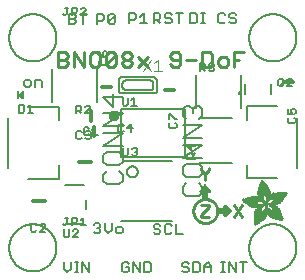
<source format=gbr>
G04 EAGLE Gerber RS-274X export*
G75*
%MOMM*%
%FSLAX34Y34*%
%LPD*%
%INSilkscreen Top*%
%IPPOS*%
%AMOC8*
5,1,8,0,0,1.08239X$1,22.5*%
G01*
%ADD10C,0.152400*%
%ADD11C,0.228600*%
%ADD12C,0.127000*%
%ADD13C,0.254000*%
%ADD14C,0.304800*%
%ADD15C,0.203200*%
%ADD16R,0.127000X0.762000*%
%ADD17C,0.406400*%
%ADD18C,0.076200*%
%ADD19R,0.006300X0.050800*%
%ADD20R,0.006400X0.082600*%
%ADD21R,0.006300X0.120600*%
%ADD22R,0.006400X0.139700*%
%ADD23R,0.006300X0.158800*%
%ADD24R,0.006400X0.177800*%
%ADD25R,0.006300X0.196800*%
%ADD26R,0.006400X0.215900*%
%ADD27R,0.006300X0.228600*%
%ADD28R,0.006400X0.241300*%
%ADD29R,0.006300X0.254000*%
%ADD30R,0.006400X0.266700*%
%ADD31R,0.006300X0.279400*%
%ADD32R,0.006400X0.285700*%
%ADD33R,0.006300X0.298400*%
%ADD34R,0.006400X0.311200*%
%ADD35R,0.006300X0.317500*%
%ADD36R,0.006400X0.330200*%
%ADD37R,0.006300X0.336600*%
%ADD38R,0.006400X0.349200*%
%ADD39R,0.006300X0.361900*%
%ADD40R,0.006400X0.368300*%
%ADD41R,0.006300X0.381000*%
%ADD42R,0.006400X0.387300*%
%ADD43R,0.006300X0.393700*%
%ADD44R,0.006400X0.406400*%
%ADD45R,0.006300X0.412700*%
%ADD46R,0.006400X0.419100*%
%ADD47R,0.006300X0.431800*%
%ADD48R,0.006400X0.438100*%
%ADD49R,0.006300X0.450800*%
%ADD50R,0.006400X0.457200*%
%ADD51R,0.006300X0.463500*%
%ADD52R,0.006400X0.476200*%
%ADD53R,0.006300X0.482600*%
%ADD54R,0.006400X0.488900*%
%ADD55R,0.006300X0.501600*%
%ADD56R,0.006400X0.508000*%
%ADD57R,0.006300X0.514300*%
%ADD58R,0.006400X0.527000*%
%ADD59R,0.006300X0.533400*%
%ADD60R,0.006400X0.546100*%
%ADD61R,0.006300X0.552400*%
%ADD62R,0.006400X0.558800*%
%ADD63R,0.006300X0.571500*%
%ADD64R,0.006400X0.577800*%
%ADD65R,0.006300X0.584200*%
%ADD66R,0.006400X0.596900*%
%ADD67R,0.006300X0.603200*%
%ADD68R,0.006400X0.609600*%
%ADD69R,0.006300X0.622300*%
%ADD70R,0.006400X0.628600*%
%ADD71R,0.006300X0.641300*%
%ADD72R,0.006400X0.647700*%
%ADD73R,0.006300X0.063500*%
%ADD74R,0.006300X0.654000*%
%ADD75R,0.006400X0.101600*%
%ADD76R,0.006400X0.666700*%
%ADD77R,0.006300X0.139700*%
%ADD78R,0.006300X0.673100*%
%ADD79R,0.006400X0.165100*%
%ADD80R,0.006400X0.679400*%
%ADD81R,0.006300X0.196900*%
%ADD82R,0.006300X0.692100*%
%ADD83R,0.006400X0.222200*%
%ADD84R,0.006400X0.698500*%
%ADD85R,0.006300X0.247700*%
%ADD86R,0.006300X0.704800*%
%ADD87R,0.006400X0.279400*%
%ADD88R,0.006400X0.717500*%
%ADD89R,0.006300X0.298500*%
%ADD90R,0.006300X0.723900*%
%ADD91R,0.006400X0.736600*%
%ADD92R,0.006300X0.342900*%
%ADD93R,0.006300X0.742900*%
%ADD94R,0.006400X0.374700*%
%ADD95R,0.006400X0.749300*%
%ADD96R,0.006300X0.762000*%
%ADD97R,0.006400X0.412700*%
%ADD98R,0.006400X0.768300*%
%ADD99R,0.006300X0.438100*%
%ADD100R,0.006300X0.774700*%
%ADD101R,0.006400X0.463600*%
%ADD102R,0.006400X0.787400*%
%ADD103R,0.006300X0.793700*%
%ADD104R,0.006400X0.495300*%
%ADD105R,0.006400X0.800100*%
%ADD106R,0.006300X0.520700*%
%ADD107R,0.006300X0.812800*%
%ADD108R,0.006400X0.533400*%
%ADD109R,0.006400X0.819100*%
%ADD110R,0.006300X0.558800*%
%ADD111R,0.006300X0.825500*%
%ADD112R,0.006400X0.577900*%
%ADD113R,0.006400X0.831800*%
%ADD114R,0.006300X0.596900*%
%ADD115R,0.006300X0.844500*%
%ADD116R,0.006400X0.616000*%
%ADD117R,0.006400X0.850900*%
%ADD118R,0.006300X0.635000*%
%ADD119R,0.006300X0.857200*%
%ADD120R,0.006400X0.654100*%
%ADD121R,0.006400X0.863600*%
%ADD122R,0.006300X0.666700*%
%ADD123R,0.006300X0.869900*%
%ADD124R,0.006400X0.685800*%
%ADD125R,0.006400X0.876300*%
%ADD126R,0.006300X0.882600*%
%ADD127R,0.006400X0.723900*%
%ADD128R,0.006400X0.889000*%
%ADD129R,0.006300X0.895300*%
%ADD130R,0.006400X0.755700*%
%ADD131R,0.006400X0.901700*%
%ADD132R,0.006300X0.908000*%
%ADD133R,0.006400X0.793800*%
%ADD134R,0.006400X0.914400*%
%ADD135R,0.006300X0.806400*%
%ADD136R,0.006300X0.920700*%
%ADD137R,0.006400X0.825500*%
%ADD138R,0.006400X0.927100*%
%ADD139R,0.006300X0.933400*%
%ADD140R,0.006400X0.857300*%
%ADD141R,0.006400X0.939800*%
%ADD142R,0.006300X0.870000*%
%ADD143R,0.006300X0.939800*%
%ADD144R,0.006400X0.946100*%
%ADD145R,0.006300X0.952500*%
%ADD146R,0.006400X0.908000*%
%ADD147R,0.006400X0.958800*%
%ADD148R,0.006300X0.965200*%
%ADD149R,0.006400X0.965200*%
%ADD150R,0.006300X0.971500*%
%ADD151R,0.006400X0.952500*%
%ADD152R,0.006400X0.977900*%
%ADD153R,0.006300X0.958800*%
%ADD154R,0.006300X0.984200*%
%ADD155R,0.006400X0.971500*%
%ADD156R,0.006400X0.984200*%
%ADD157R,0.006300X0.990600*%
%ADD158R,0.006400X0.984300*%
%ADD159R,0.006400X0.996900*%
%ADD160R,0.006300X0.997000*%
%ADD161R,0.006300X0.996900*%
%ADD162R,0.006400X1.003300*%
%ADD163R,0.006300X1.016000*%
%ADD164R,0.006300X1.009600*%
%ADD165R,0.006400X1.016000*%
%ADD166R,0.006400X1.009600*%
%ADD167R,0.006300X1.022300*%
%ADD168R,0.006400X1.028700*%
%ADD169R,0.006300X1.035100*%
%ADD170R,0.006400X1.047800*%
%ADD171R,0.006300X1.054100*%
%ADD172R,0.006300X1.028700*%
%ADD173R,0.006400X1.054100*%
%ADD174R,0.006400X1.035000*%
%ADD175R,0.006300X1.060400*%
%ADD176R,0.006300X1.035000*%
%ADD177R,0.006400X1.060500*%
%ADD178R,0.006400X1.041400*%
%ADD179R,0.006300X1.066800*%
%ADD180R,0.006300X1.041400*%
%ADD181R,0.006400X1.079500*%
%ADD182R,0.006400X1.047700*%
%ADD183R,0.006300X1.085900*%
%ADD184R,0.006300X1.047700*%
%ADD185R,0.006400X1.085800*%
%ADD186R,0.006300X1.092200*%
%ADD187R,0.006400X1.085900*%
%ADD188R,0.006300X1.098600*%
%ADD189R,0.006400X1.098600*%
%ADD190R,0.006400X1.060400*%
%ADD191R,0.006300X1.104900*%
%ADD192R,0.006400X1.104900*%
%ADD193R,0.006400X1.066800*%
%ADD194R,0.006300X1.111200*%
%ADD195R,0.006400X1.117600*%
%ADD196R,0.006300X1.117600*%
%ADD197R,0.006300X1.073100*%
%ADD198R,0.006400X1.073100*%
%ADD199R,0.006300X1.124000*%
%ADD200R,0.006300X1.079500*%
%ADD201R,0.006400X1.123900*%
%ADD202R,0.006300X1.130300*%
%ADD203R,0.006400X1.130300*%
%ADD204R,0.006400X1.136700*%
%ADD205R,0.006300X1.136700*%
%ADD206R,0.006300X1.085800*%
%ADD207R,0.006400X1.136600*%
%ADD208R,0.006300X1.136600*%
%ADD209R,0.006400X1.143000*%
%ADD210R,0.006300X1.143000*%
%ADD211R,0.006300X1.149400*%
%ADD212R,0.006300X1.149300*%
%ADD213R,0.006400X1.149300*%
%ADD214R,0.006400X1.149400*%
%ADD215R,0.006400X1.155700*%
%ADD216R,0.006300X1.155700*%
%ADD217R,0.006300X1.060500*%
%ADD218R,0.006400X2.197100*%
%ADD219R,0.006300X2.197100*%
%ADD220R,0.006300X2.184400*%
%ADD221R,0.006400X2.184400*%
%ADD222R,0.006400X2.171700*%
%ADD223R,0.006300X2.171700*%
%ADD224R,0.006400X1.530300*%
%ADD225R,0.006300X1.505000*%
%ADD226R,0.006400X1.492300*%
%ADD227R,0.006300X1.485900*%
%ADD228R,0.006300X0.565200*%
%ADD229R,0.006400X1.473200*%
%ADD230R,0.006400X0.565200*%
%ADD231R,0.006300X1.460500*%
%ADD232R,0.006400X1.454100*%
%ADD233R,0.006400X0.552400*%
%ADD234R,0.006300X1.441500*%
%ADD235R,0.006300X0.546100*%
%ADD236R,0.006400X1.435100*%
%ADD237R,0.006400X0.539800*%
%ADD238R,0.006300X1.428800*%
%ADD239R,0.006400X1.422400*%
%ADD240R,0.006300X1.409700*%
%ADD241R,0.006300X0.527100*%
%ADD242R,0.006400X1.403300*%
%ADD243R,0.006400X0.527100*%
%ADD244R,0.006300X1.390700*%
%ADD245R,0.006400X1.384300*%
%ADD246R,0.006400X0.520700*%
%ADD247R,0.006300X1.384300*%
%ADD248R,0.006300X0.514400*%
%ADD249R,0.006400X1.371600*%
%ADD250R,0.006300X1.365200*%
%ADD251R,0.006300X0.508000*%
%ADD252R,0.006400X1.352600*%
%ADD253R,0.006400X0.501700*%
%ADD254R,0.006300X0.711200*%
%ADD255R,0.006300X0.603300*%
%ADD256R,0.006300X0.501700*%
%ADD257R,0.006400X0.692100*%
%ADD258R,0.006400X0.571500*%
%ADD259R,0.006300X0.679400*%
%ADD260R,0.006300X0.495300*%
%ADD261R,0.006400X0.673100*%
%ADD262R,0.006300X0.666800*%
%ADD263R,0.006300X0.488900*%
%ADD264R,0.006400X0.660400*%
%ADD265R,0.006400X0.482600*%
%ADD266R,0.006300X0.476200*%
%ADD267R,0.006400X0.654000*%
%ADD268R,0.006400X0.469900*%
%ADD269R,0.006400X0.476300*%
%ADD270R,0.006300X0.647700*%
%ADD271R,0.006300X0.457200*%
%ADD272R,0.006300X0.469900*%
%ADD273R,0.006400X0.641300*%
%ADD274R,0.006400X0.444500*%
%ADD275R,0.006300X0.463600*%
%ADD276R,0.006400X0.635000*%
%ADD277R,0.006400X0.463500*%
%ADD278R,0.006400X0.393700*%
%ADD279R,0.006400X0.450800*%
%ADD280R,0.006300X0.628600*%
%ADD281R,0.006300X0.387400*%
%ADD282R,0.006300X0.450900*%
%ADD283R,0.006400X0.628700*%
%ADD284R,0.006400X0.374600*%
%ADD285R,0.006300X0.368300*%
%ADD286R,0.006300X0.438200*%
%ADD287R,0.006400X0.622300*%
%ADD288R,0.006400X0.355600*%
%ADD289R,0.006400X0.431800*%
%ADD290R,0.006300X0.349300*%
%ADD291R,0.006300X0.425400*%
%ADD292R,0.006300X0.615900*%
%ADD293R,0.006300X0.330200*%
%ADD294R,0.006300X0.419100*%
%ADD295R,0.006300X0.616000*%
%ADD296R,0.006300X0.311200*%
%ADD297R,0.006300X0.406400*%
%ADD298R,0.006400X0.615900*%
%ADD299R,0.006400X0.304800*%
%ADD300R,0.006400X0.158800*%
%ADD301R,0.006300X0.609600*%
%ADD302R,0.006300X0.292100*%
%ADD303R,0.006300X0.235000*%
%ADD304R,0.006400X0.387400*%
%ADD305R,0.006400X0.292100*%
%ADD306R,0.006300X0.336500*%
%ADD307R,0.006300X0.260400*%
%ADD308R,0.006400X0.603300*%
%ADD309R,0.006400X0.260400*%
%ADD310R,0.006400X0.362000*%
%ADD311R,0.006400X0.450900*%
%ADD312R,0.006300X0.355600*%
%ADD313R,0.006400X0.342900*%
%ADD314R,0.006400X0.514300*%
%ADD315R,0.006300X0.234900*%
%ADD316R,0.006300X0.539700*%
%ADD317R,0.006400X0.603200*%
%ADD318R,0.006400X0.234900*%
%ADD319R,0.006400X0.920700*%
%ADD320R,0.006400X0.958900*%
%ADD321R,0.006300X0.215900*%
%ADD322R,0.006400X0.209600*%
%ADD323R,0.006300X0.203200*%
%ADD324R,0.006300X1.003300*%
%ADD325R,0.006400X0.203200*%
%ADD326R,0.006400X0.196900*%
%ADD327R,0.006300X0.190500*%
%ADD328R,0.006400X0.190500*%
%ADD329R,0.006300X0.184200*%
%ADD330R,0.006400X0.590500*%
%ADD331R,0.006400X0.184200*%
%ADD332R,0.006300X0.590500*%
%ADD333R,0.006300X0.177800*%
%ADD334R,0.006400X0.584200*%
%ADD335R,0.006400X1.168400*%
%ADD336R,0.006300X0.171500*%
%ADD337R,0.006300X1.187500*%
%ADD338R,0.006400X1.200100*%
%ADD339R,0.006300X0.577800*%
%ADD340R,0.006300X1.212900*%
%ADD341R,0.006400X1.231900*%
%ADD342R,0.006300X1.250900*%
%ADD343R,0.006400X0.565100*%
%ADD344R,0.006400X0.184100*%
%ADD345R,0.006400X1.263700*%
%ADD346R,0.006300X0.565100*%
%ADD347R,0.006300X1.289100*%
%ADD348R,0.006400X1.314400*%
%ADD349R,0.006300X0.552500*%
%ADD350R,0.006300X1.568500*%
%ADD351R,0.006400X0.552500*%
%ADD352R,0.006400X1.581200*%
%ADD353R,0.006300X1.593800*%
%ADD354R,0.006400X1.606500*%
%ADD355R,0.006300X1.619300*%
%ADD356R,0.006400X0.514400*%
%ADD357R,0.006400X1.638300*%
%ADD358R,0.006300X1.657300*%
%ADD359R,0.006400X2.209800*%
%ADD360R,0.006300X2.425700*%
%ADD361R,0.006400X2.470100*%
%ADD362R,0.006300X2.501900*%
%ADD363R,0.006400X2.533700*%
%ADD364R,0.006300X2.559000*%
%ADD365R,0.006400X2.584500*%
%ADD366R,0.006300X2.609900*%
%ADD367R,0.006400X2.628900*%
%ADD368R,0.006300X2.660600*%
%ADD369R,0.006400X2.673400*%
%ADD370R,0.006300X1.422400*%
%ADD371R,0.006300X1.200200*%
%ADD372R,0.006300X1.365300*%
%ADD373R,0.006400X1.365300*%
%ADD374R,0.006300X1.352500*%
%ADD375R,0.006300X1.098500*%
%ADD376R,0.006400X1.358900*%
%ADD377R,0.006300X1.352600*%
%ADD378R,0.006300X1.358900*%
%ADD379R,0.006300X1.371600*%
%ADD380R,0.006400X1.377900*%
%ADD381R,0.006400X1.397000*%
%ADD382R,0.006300X1.403300*%
%ADD383R,0.006300X0.914400*%
%ADD384R,0.006300X0.876300*%
%ADD385R,0.006300X0.374600*%
%ADD386R,0.006400X1.073200*%
%ADD387R,0.006300X0.374700*%
%ADD388R,0.006400X0.844600*%
%ADD389R,0.006300X0.844600*%
%ADD390R,0.006400X0.831900*%
%ADD391R,0.006400X1.092200*%
%ADD392R,0.006300X0.400000*%
%ADD393R,0.006400X0.819200*%
%ADD394R,0.006400X1.111300*%
%ADD395R,0.006400X0.812800*%
%ADD396R,0.006300X0.800100*%
%ADD397R,0.006300X0.476300*%
%ADD398R,0.006300X1.181100*%
%ADD399R,0.006400X0.501600*%
%ADD400R,0.006400X1.193800*%
%ADD401R,0.006400X0.781000*%
%ADD402R,0.006400X1.238200*%
%ADD403R,0.006300X0.781100*%
%ADD404R,0.006300X1.257300*%
%ADD405R,0.006400X1.295400*%
%ADD406R,0.006300X1.333500*%
%ADD407R,0.006400X0.774700*%
%ADD408R,0.006400X1.866900*%
%ADD409R,0.006300X0.209600*%
%ADD410R,0.006300X1.866900*%
%ADD411R,0.006400X0.768400*%
%ADD412R,0.006400X0.209500*%
%ADD413R,0.006400X1.860600*%
%ADD414R,0.006400X0.762000*%
%ADD415R,0.006300X0.768400*%
%ADD416R,0.006300X1.860600*%
%ADD417R,0.006400X1.860500*%
%ADD418R,0.006300X0.222300*%
%ADD419R,0.006300X1.854200*%
%ADD420R,0.006400X0.235000*%
%ADD421R,0.006400X1.854200*%
%ADD422R,0.006300X0.768300*%
%ADD423R,0.006400X0.260300*%
%ADD424R,0.006400X1.847800*%
%ADD425R,0.006300X0.266700*%
%ADD426R,0.006300X1.847800*%
%ADD427R,0.006400X0.273100*%
%ADD428R,0.006400X1.841500*%
%ADD429R,0.006300X0.285800*%
%ADD430R,0.006300X1.841500*%
%ADD431R,0.006400X0.298500*%
%ADD432R,0.006400X1.835100*%
%ADD433R,0.006300X0.781000*%
%ADD434R,0.006300X0.304800*%
%ADD435R,0.006300X1.835100*%
%ADD436R,0.006400X0.317500*%
%ADD437R,0.006400X1.828800*%
%ADD438R,0.006300X0.787400*%
%ADD439R,0.006300X0.323800*%
%ADD440R,0.006300X1.828800*%
%ADD441R,0.006400X0.793700*%
%ADD442R,0.006400X1.822400*%
%ADD443R,0.006300X0.806500*%
%ADD444R,0.006300X1.822400*%
%ADD445R,0.006400X1.816100*%
%ADD446R,0.006300X0.819100*%
%ADD447R,0.006300X0.387300*%
%ADD448R,0.006300X1.816100*%
%ADD449R,0.006400X1.809800*%
%ADD450R,0.006300X1.803400*%
%ADD451R,0.006400X1.797000*%
%ADD452R,0.006300X0.901700*%
%ADD453R,0.006300X1.797000*%
%ADD454R,0.006400X1.441400*%
%ADD455R,0.006400X1.790700*%
%ADD456R,0.006300X1.447800*%
%ADD457R,0.006300X1.784300*%
%ADD458R,0.006400X1.447800*%
%ADD459R,0.006400X1.784300*%
%ADD460R,0.006300X1.454100*%
%ADD461R,0.006300X1.771700*%
%ADD462R,0.006400X1.460500*%
%ADD463R,0.006400X1.759000*%
%ADD464R,0.006300X1.466800*%
%ADD465R,0.006300X1.752600*%
%ADD466R,0.006400X1.466800*%
%ADD467R,0.006400X1.739900*%
%ADD468R,0.006300X1.473200*%
%ADD469R,0.006300X1.727200*%
%ADD470R,0.006400X1.479500*%
%ADD471R,0.006400X1.714500*%
%ADD472R,0.006300X1.695400*%
%ADD473R,0.006400X1.485900*%
%ADD474R,0.006400X1.682700*%
%ADD475R,0.006300X1.492200*%
%ADD476R,0.006300X1.663700*%
%ADD477R,0.006400X1.498600*%
%ADD478R,0.006400X1.644600*%
%ADD479R,0.006300X1.498600*%
%ADD480R,0.006300X1.619200*%
%ADD481R,0.006400X1.511300*%
%ADD482R,0.006400X1.600200*%
%ADD483R,0.006300X1.517700*%
%ADD484R,0.006300X1.574800*%
%ADD485R,0.006400X1.524000*%
%ADD486R,0.006400X1.555800*%
%ADD487R,0.006300X1.524000*%
%ADD488R,0.006300X1.536700*%
%ADD489R,0.006400X1.530400*%
%ADD490R,0.006400X1.517700*%
%ADD491R,0.006300X1.492300*%
%ADD492R,0.006400X1.549400*%
%ADD493R,0.006400X1.479600*%
%ADD494R,0.006300X1.549400*%
%ADD495R,0.006400X1.555700*%
%ADD496R,0.006300X1.562100*%
%ADD497R,0.006300X0.323900*%
%ADD498R,0.006400X1.568400*%
%ADD499R,0.006400X0.336600*%
%ADD500R,0.006300X1.587500*%
%ADD501R,0.006300X0.971600*%
%ADD502R,0.006400X0.349300*%
%ADD503R,0.006300X1.600200*%
%ADD504R,0.006300X0.920800*%
%ADD505R,0.006400X0.882700*%
%ADD506R,0.006300X1.612900*%
%ADD507R,0.006300X0.362000*%
%ADD508R,0.006400X1.625600*%
%ADD509R,0.006300X1.625600*%
%ADD510R,0.006300X1.644600*%
%ADD511R,0.006300X0.736600*%
%ADD512R,0.006400X0.717600*%
%ADD513R,0.006300X1.657400*%
%ADD514R,0.006300X0.679500*%
%ADD515R,0.006400X1.663700*%
%ADD516R,0.006400X0.400000*%
%ADD517R,0.006300X1.676400*%
%ADD518R,0.006400X1.676400*%
%ADD519R,0.006400X0.425500*%
%ADD520R,0.006400X1.352500*%
%ADD521R,0.006300X0.444500*%
%ADD522R,0.006400X0.361900*%
%ADD523R,0.006300X0.088900*%
%ADD524R,0.006300X1.009700*%
%ADD525R,0.006400X1.009700*%
%ADD526R,0.006400X1.022300*%
%ADD527R,0.006400X1.346200*%
%ADD528R,0.006300X1.346200*%
%ADD529R,0.006400X1.339900*%
%ADD530R,0.006400X1.035100*%
%ADD531R,0.006300X1.339800*%
%ADD532R,0.006400X1.333500*%
%ADD533R,0.006400X1.327200*%
%ADD534R,0.006300X1.320800*%
%ADD535R,0.006400X1.314500*%
%ADD536R,0.006300X1.314400*%
%ADD537R,0.006400X1.301700*%
%ADD538R,0.006300X1.295400*%
%ADD539R,0.006400X1.289000*%
%ADD540R,0.006300X1.276300*%
%ADD541R,0.006300X1.251000*%
%ADD542R,0.006400X1.244600*%
%ADD543R,0.006300X1.231900*%
%ADD544R,0.006400X1.212800*%
%ADD545R,0.006300X1.200100*%
%ADD546R,0.006400X1.187400*%
%ADD547R,0.006300X1.168400*%
%ADD548R,0.006300X1.047800*%
%ADD549R,0.006300X0.977900*%
%ADD550R,0.006400X0.946200*%
%ADD551R,0.006400X0.933400*%
%ADD552R,0.006400X0.895300*%
%ADD553R,0.006300X0.882700*%
%ADD554R,0.006300X0.863600*%
%ADD555R,0.006400X0.857200*%
%ADD556R,0.006300X0.850900*%
%ADD557R,0.006300X0.838200*%
%ADD558R,0.006400X0.806500*%
%ADD559R,0.006300X0.717600*%
%ADD560R,0.006400X0.711200*%
%ADD561R,0.006400X0.641400*%
%ADD562R,0.006300X0.641400*%
%ADD563R,0.006300X0.628700*%
%ADD564R,0.006300X0.590600*%
%ADD565R,0.006400X0.539700*%
%ADD566R,0.006300X0.285700*%
%ADD567R,0.006300X0.222200*%
%ADD568R,0.006300X0.171400*%
%ADD569R,0.006400X0.152400*%
%ADD570R,0.006300X0.133400*%

G36*
X188127Y51441D02*
X188127Y51441D01*
X188237Y51448D01*
X188284Y51463D01*
X188333Y51470D01*
X188435Y51512D01*
X188539Y51546D01*
X188581Y51573D01*
X188627Y51591D01*
X188762Y51680D01*
X193842Y55490D01*
X193892Y55538D01*
X193946Y55577D01*
X193989Y55629D01*
X194045Y55681D01*
X194056Y55697D01*
X194070Y55711D01*
X194110Y55776D01*
X194148Y55822D01*
X194174Y55877D01*
X194220Y55946D01*
X194226Y55965D01*
X194236Y55982D01*
X194261Y56061D01*
X194284Y56110D01*
X194294Y56164D01*
X194323Y56247D01*
X194324Y56267D01*
X194330Y56286D01*
X194334Y56374D01*
X194344Y56422D01*
X194341Y56472D01*
X194348Y56564D01*
X194345Y56584D01*
X194345Y56603D01*
X194327Y56694D01*
X194324Y56740D01*
X194310Y56784D01*
X194293Y56878D01*
X194285Y56896D01*
X194281Y56915D01*
X194239Y57001D01*
X194226Y57042D01*
X194202Y57079D01*
X194163Y57168D01*
X194150Y57183D01*
X194142Y57201D01*
X194079Y57274D01*
X194056Y57311D01*
X194024Y57341D01*
X193964Y57416D01*
X193943Y57434D01*
X193935Y57443D01*
X193919Y57454D01*
X193842Y57520D01*
X188762Y61330D01*
X188757Y61333D01*
X188753Y61337D01*
X188716Y61357D01*
X188681Y61386D01*
X188581Y61433D01*
X188485Y61488D01*
X188437Y61501D01*
X188393Y61522D01*
X188285Y61543D01*
X188178Y61572D01*
X188129Y61572D01*
X188081Y61582D01*
X188027Y61578D01*
X188006Y61580D01*
X188000Y61580D01*
X187962Y61575D01*
X187860Y61577D01*
X187812Y61565D01*
X187763Y61562D01*
X187702Y61542D01*
X187684Y61540D01*
X187648Y61526D01*
X187551Y61502D01*
X187507Y61479D01*
X187461Y61464D01*
X187407Y61430D01*
X187389Y61423D01*
X187355Y61398D01*
X187270Y61353D01*
X187234Y61320D01*
X187192Y61294D01*
X187151Y61250D01*
X187131Y61236D01*
X187102Y61200D01*
X187035Y61139D01*
X187008Y61098D01*
X186974Y61062D01*
X186947Y61013D01*
X186929Y60991D01*
X186906Y60944D01*
X186860Y60874D01*
X186844Y60827D01*
X186820Y60784D01*
X186808Y60734D01*
X186793Y60703D01*
X186782Y60645D01*
X186757Y60573D01*
X186753Y60524D01*
X186741Y60476D01*
X186737Y60409D01*
X186733Y60391D01*
X186734Y60373D01*
X186731Y60315D01*
X186731Y59044D01*
X181650Y59044D01*
X181532Y59029D01*
X181413Y59022D01*
X181375Y59009D01*
X181334Y59004D01*
X181224Y58961D01*
X181111Y58924D01*
X181076Y58902D01*
X181039Y58887D01*
X180943Y58818D01*
X180842Y58754D01*
X180814Y58724D01*
X180781Y58701D01*
X180706Y58609D01*
X180624Y58522D01*
X180604Y58487D01*
X180579Y58456D01*
X180528Y58348D01*
X180470Y58244D01*
X180460Y58204D01*
X180443Y58168D01*
X180421Y58051D01*
X180391Y57936D01*
X180387Y57876D01*
X180383Y57856D01*
X180383Y57853D01*
X180384Y57834D01*
X180381Y57775D01*
X180381Y55235D01*
X180396Y55117D01*
X180403Y54998D01*
X180416Y54960D01*
X180421Y54919D01*
X180464Y54809D01*
X180501Y54696D01*
X180523Y54661D01*
X180538Y54624D01*
X180608Y54528D01*
X180671Y54427D01*
X180701Y54399D01*
X180724Y54366D01*
X180816Y54291D01*
X180903Y54209D01*
X180938Y54189D01*
X180969Y54164D01*
X181077Y54113D01*
X181181Y54055D01*
X181221Y54045D01*
X181257Y54028D01*
X181374Y54006D01*
X181489Y53976D01*
X181550Y53972D01*
X181570Y53968D01*
X181590Y53970D01*
X181650Y53966D01*
X186731Y53966D01*
X186731Y52695D01*
X186737Y52646D01*
X186735Y52597D01*
X186757Y52489D01*
X186771Y52379D01*
X186789Y52334D01*
X186799Y52285D01*
X186847Y52186D01*
X186888Y52084D01*
X186917Y52044D01*
X186938Y51999D01*
X187010Y51916D01*
X187074Y51826D01*
X187113Y51795D01*
X187145Y51757D01*
X187235Y51694D01*
X187319Y51624D01*
X187364Y51603D01*
X187405Y51574D01*
X187508Y51535D01*
X187607Y51488D01*
X187656Y51479D01*
X187702Y51461D01*
X187812Y51449D01*
X187920Y51428D01*
X187969Y51431D01*
X188018Y51426D01*
X188127Y51441D01*
G37*
G36*
X172798Y65431D02*
X172798Y65431D01*
X172917Y65438D01*
X172955Y65451D01*
X172996Y65456D01*
X173106Y65499D01*
X173219Y65536D01*
X173254Y65558D01*
X173291Y65573D01*
X173387Y65643D01*
X173488Y65706D01*
X173516Y65736D01*
X173549Y65759D01*
X173625Y65851D01*
X173706Y65938D01*
X173726Y65973D01*
X173751Y66004D01*
X173802Y66112D01*
X173860Y66216D01*
X173870Y66256D01*
X173887Y66292D01*
X173909Y66409D01*
X173939Y66524D01*
X173943Y66585D01*
X173947Y66605D01*
X173945Y66625D01*
X173949Y66685D01*
X173949Y71766D01*
X175220Y71766D01*
X175269Y71772D01*
X175318Y71770D01*
X175426Y71792D01*
X175536Y71806D01*
X175581Y71824D01*
X175630Y71834D01*
X175729Y71882D01*
X175831Y71923D01*
X175871Y71952D01*
X175916Y71973D01*
X175999Y72045D01*
X176089Y72109D01*
X176120Y72148D01*
X176158Y72180D01*
X176221Y72270D01*
X176291Y72354D01*
X176312Y72399D01*
X176341Y72440D01*
X176380Y72543D01*
X176427Y72642D01*
X176436Y72691D01*
X176454Y72737D01*
X176466Y72847D01*
X176487Y72955D01*
X176484Y73004D01*
X176489Y73053D01*
X176474Y73162D01*
X176467Y73272D01*
X176452Y73319D01*
X176445Y73368D01*
X176403Y73470D01*
X176369Y73574D01*
X176342Y73616D01*
X176324Y73662D01*
X176235Y73797D01*
X172425Y78877D01*
X172407Y78896D01*
X172394Y78916D01*
X172321Y78985D01*
X172234Y79080D01*
X172218Y79091D01*
X172204Y79105D01*
X172173Y79124D01*
X172162Y79134D01*
X172107Y79165D01*
X172085Y79178D01*
X171969Y79255D01*
X171950Y79261D01*
X171933Y79271D01*
X171888Y79285D01*
X171884Y79288D01*
X171861Y79294D01*
X171800Y79313D01*
X171668Y79358D01*
X171648Y79359D01*
X171629Y79365D01*
X171547Y79369D01*
X171433Y79376D01*
X171351Y79383D01*
X171331Y79380D01*
X171312Y79380D01*
X171175Y79352D01*
X171095Y79338D01*
X171089Y79338D01*
X171088Y79337D01*
X171037Y79328D01*
X171019Y79320D01*
X171000Y79316D01*
X170875Y79255D01*
X170833Y79236D01*
X170794Y79221D01*
X170786Y79215D01*
X170748Y79198D01*
X170732Y79185D01*
X170714Y79177D01*
X170608Y79086D01*
X170605Y79083D01*
X170536Y79034D01*
X170524Y79019D01*
X170499Y78999D01*
X170481Y78978D01*
X170472Y78970D01*
X170461Y78954D01*
X170395Y78877D01*
X166585Y73797D01*
X166560Y73754D01*
X166529Y73716D01*
X166482Y73616D01*
X166427Y73520D01*
X166414Y73472D01*
X166393Y73428D01*
X166372Y73320D01*
X166343Y73213D01*
X166343Y73164D01*
X166333Y73116D01*
X166340Y73006D01*
X166338Y72895D01*
X166350Y72847D01*
X166353Y72798D01*
X166387Y72694D01*
X166413Y72586D01*
X166436Y72542D01*
X166451Y72496D01*
X166510Y72403D01*
X166562Y72305D01*
X166595Y72269D01*
X166621Y72227D01*
X166702Y72151D01*
X166776Y72070D01*
X166817Y72043D01*
X166853Y72009D01*
X166949Y71956D01*
X167041Y71895D01*
X167088Y71879D01*
X167131Y71855D01*
X167238Y71828D01*
X167342Y71792D01*
X167391Y71788D01*
X167439Y71776D01*
X167600Y71766D01*
X168871Y71766D01*
X168871Y66685D01*
X168886Y66567D01*
X168893Y66448D01*
X168906Y66410D01*
X168911Y66369D01*
X168954Y66259D01*
X168991Y66146D01*
X169013Y66111D01*
X169028Y66074D01*
X169098Y65978D01*
X169161Y65877D01*
X169191Y65849D01*
X169214Y65816D01*
X169306Y65741D01*
X169393Y65659D01*
X169428Y65639D01*
X169459Y65614D01*
X169567Y65563D01*
X169671Y65505D01*
X169711Y65495D01*
X169747Y65478D01*
X169864Y65456D01*
X169979Y65426D01*
X170040Y65422D01*
X170060Y65418D01*
X170080Y65420D01*
X170140Y65416D01*
X172680Y65416D01*
X172798Y65431D01*
G37*
G36*
X17028Y151643D02*
X17028Y151643D01*
X17057Y151640D01*
X17149Y151660D01*
X17242Y151673D01*
X17269Y151686D01*
X17298Y151692D01*
X17378Y151740D01*
X17462Y151782D01*
X17483Y151803D01*
X17509Y151818D01*
X17570Y151890D01*
X17636Y151956D01*
X17649Y151982D01*
X17669Y152005D01*
X17704Y152092D01*
X17746Y152176D01*
X17750Y152206D01*
X17761Y152233D01*
X17779Y152400D01*
X17779Y157480D01*
X17774Y157509D01*
X17777Y157539D01*
X17755Y157630D01*
X17740Y157723D01*
X17726Y157749D01*
X17719Y157778D01*
X17668Y157857D01*
X17624Y157940D01*
X17603Y157961D01*
X17587Y157986D01*
X17514Y158045D01*
X17446Y158110D01*
X17419Y158122D01*
X17396Y158141D01*
X17308Y158174D01*
X17223Y158213D01*
X17193Y158216D01*
X17166Y158227D01*
X17072Y158230D01*
X16979Y158240D01*
X16949Y158234D01*
X16920Y158235D01*
X16830Y158208D01*
X16738Y158188D01*
X16713Y158173D01*
X16684Y158164D01*
X16542Y158074D01*
X13367Y155534D01*
X13298Y155457D01*
X13225Y155384D01*
X13216Y155367D01*
X13203Y155352D01*
X13161Y155256D01*
X13115Y155164D01*
X13113Y155144D01*
X13105Y155126D01*
X13096Y155023D01*
X13082Y154920D01*
X13086Y154901D01*
X13084Y154881D01*
X13109Y154780D01*
X13128Y154678D01*
X13138Y154661D01*
X13142Y154642D01*
X13198Y154555D01*
X13249Y154464D01*
X13266Y154447D01*
X13274Y154434D01*
X13299Y154414D01*
X13367Y154346D01*
X16542Y151806D01*
X16568Y151791D01*
X16590Y151771D01*
X16675Y151731D01*
X16757Y151685D01*
X16786Y151679D01*
X16813Y151667D01*
X16906Y151657D01*
X16998Y151639D01*
X17028Y151643D01*
G37*
D10*
X51788Y13215D02*
X51788Y7453D01*
X54670Y4572D01*
X57551Y7453D01*
X57551Y13215D01*
X61144Y4572D02*
X64025Y4572D01*
X62584Y4572D02*
X62584Y13215D01*
X61144Y13215D02*
X64025Y13215D01*
X67380Y13215D02*
X67380Y4572D01*
X73143Y4572D02*
X67380Y13215D01*
X73143Y13215D02*
X73143Y4572D01*
X76899Y44795D02*
X78340Y46235D01*
X81221Y46235D01*
X82661Y44795D01*
X82661Y43354D01*
X81221Y41914D01*
X79780Y41914D01*
X81221Y41914D02*
X82661Y40473D01*
X82661Y39033D01*
X81221Y37592D01*
X78340Y37592D01*
X76899Y39033D01*
X86254Y40473D02*
X86254Y46235D01*
X86254Y40473D02*
X89136Y37592D01*
X92017Y40473D01*
X92017Y46235D01*
X97050Y37592D02*
X99931Y37592D01*
X101372Y39033D01*
X101372Y41914D01*
X99931Y43354D01*
X97050Y43354D01*
X95610Y41914D01*
X95610Y39033D01*
X97050Y37592D01*
X105351Y13215D02*
X106791Y11775D01*
X105351Y13215D02*
X102470Y13215D01*
X101029Y11775D01*
X101029Y6013D01*
X102470Y4572D01*
X105351Y4572D01*
X106791Y6013D01*
X106791Y8894D01*
X103910Y8894D01*
X110384Y13215D02*
X110384Y4572D01*
X116147Y4572D02*
X110384Y13215D01*
X116147Y13215D02*
X116147Y4572D01*
X119740Y4572D02*
X119740Y13215D01*
X119740Y4572D02*
X124061Y4572D01*
X125502Y6013D01*
X125502Y11775D01*
X124061Y13215D01*
X119740Y13215D01*
X133461Y44160D02*
X132021Y45600D01*
X129140Y45600D01*
X127699Y44160D01*
X127699Y42719D01*
X129140Y41279D01*
X132021Y41279D01*
X133461Y39838D01*
X133461Y38398D01*
X132021Y36957D01*
X129140Y36957D01*
X127699Y38398D01*
X141376Y45600D02*
X142817Y44160D01*
X141376Y45600D02*
X138495Y45600D01*
X137054Y44160D01*
X137054Y38398D01*
X138495Y36957D01*
X141376Y36957D01*
X142817Y38398D01*
X146410Y36957D02*
X146410Y45600D01*
X146410Y36957D02*
X152172Y36957D01*
X156151Y13215D02*
X157591Y11775D01*
X156151Y13215D02*
X153270Y13215D01*
X151829Y11775D01*
X151829Y10334D01*
X153270Y8894D01*
X156151Y8894D01*
X157591Y7453D01*
X157591Y6013D01*
X156151Y4572D01*
X153270Y4572D01*
X151829Y6013D01*
X161184Y4572D02*
X161184Y13215D01*
X161184Y4572D02*
X165506Y4572D01*
X166947Y6013D01*
X166947Y11775D01*
X165506Y13215D01*
X161184Y13215D01*
X170540Y10334D02*
X170540Y4572D01*
X170540Y10334D02*
X173421Y13215D01*
X176302Y10334D01*
X176302Y4572D01*
X176302Y8894D02*
X170540Y8894D01*
X185138Y4572D02*
X188020Y4572D01*
X186579Y4572D02*
X186579Y13215D01*
X185138Y13215D02*
X188020Y13215D01*
X191375Y13215D02*
X191375Y4572D01*
X197137Y4572D02*
X191375Y13215D01*
X197137Y13215D02*
X197137Y4572D01*
X203612Y4572D02*
X203612Y13215D01*
X206493Y13215D02*
X200730Y13215D01*
D11*
X46753Y178562D02*
X46753Y191019D01*
X52981Y191019D01*
X55057Y188943D01*
X55057Y186866D01*
X52981Y184790D01*
X55057Y182714D01*
X55057Y180638D01*
X52981Y178562D01*
X46753Y178562D01*
X46753Y184790D02*
X52981Y184790D01*
X60318Y178562D02*
X60318Y191019D01*
X68622Y178562D01*
X68622Y191019D01*
X75959Y191019D02*
X80111Y191019D01*
X75959Y191019D02*
X73883Y188943D01*
X73883Y180638D01*
X75959Y178562D01*
X80111Y178562D01*
X82187Y180638D01*
X82187Y188943D01*
X80111Y191019D01*
X87448Y188943D02*
X87448Y180638D01*
X87448Y188943D02*
X89524Y191019D01*
X93676Y191019D01*
X95752Y188943D01*
X95752Y180638D01*
X93676Y178562D01*
X89524Y178562D01*
X87448Y180638D01*
X95752Y188943D01*
X101013Y188943D02*
X103089Y191019D01*
X107241Y191019D01*
X109317Y188943D01*
X109317Y186866D01*
X107241Y184790D01*
X109317Y182714D01*
X109317Y180638D01*
X107241Y178562D01*
X103089Y178562D01*
X101013Y180638D01*
X101013Y182714D01*
X103089Y184790D01*
X101013Y186866D01*
X101013Y188943D01*
X103089Y184790D02*
X107241Y184790D01*
X114578Y186866D02*
X122882Y178562D01*
X114578Y178562D02*
X122882Y186866D01*
X141708Y180638D02*
X143784Y178562D01*
X147936Y178562D01*
X150012Y180638D01*
X150012Y188943D01*
X147936Y191019D01*
X143784Y191019D01*
X141708Y188943D01*
X141708Y186866D01*
X143784Y184790D01*
X150012Y184790D01*
X155273Y184790D02*
X163577Y184790D01*
X168838Y178562D02*
X168838Y191019D01*
X168838Y178562D02*
X175066Y178562D01*
X177143Y180638D01*
X177143Y188943D01*
X175066Y191019D01*
X168838Y191019D01*
X184479Y178562D02*
X188631Y178562D01*
X190708Y180638D01*
X190708Y184790D01*
X188631Y186866D01*
X184479Y186866D01*
X182403Y184790D01*
X182403Y180638D01*
X184479Y178562D01*
X195968Y178562D02*
X195968Y191019D01*
X204273Y191019D01*
X200120Y184790D02*
X195968Y184790D01*
D12*
X22229Y161925D02*
X19263Y161925D01*
X22229Y161925D02*
X23712Y163408D01*
X23712Y166374D01*
X22229Y167857D01*
X19263Y167857D01*
X17780Y166374D01*
X17780Y163408D01*
X19263Y161925D01*
X27135Y161925D02*
X27135Y167857D01*
X31584Y167857D01*
X33067Y166374D01*
X33067Y161925D01*
D10*
X106977Y215392D02*
X106977Y224035D01*
X111299Y224035D01*
X112739Y222595D01*
X112739Y219714D01*
X111299Y218273D01*
X106977Y218273D01*
X116332Y221154D02*
X119213Y224035D01*
X119213Y215392D01*
X116332Y215392D02*
X122094Y215392D01*
X55923Y214884D02*
X55923Y223527D01*
X60245Y223527D01*
X61685Y222087D01*
X61685Y220646D01*
X60245Y219206D01*
X61685Y217765D01*
X61685Y216325D01*
X60245Y214884D01*
X55923Y214884D01*
X55923Y219206D02*
X60245Y219206D01*
X68159Y223527D02*
X68159Y214884D01*
X65278Y223527D02*
X71040Y223527D01*
X80053Y223527D02*
X80053Y214884D01*
X80053Y223527D02*
X84375Y223527D01*
X85815Y222087D01*
X85815Y219206D01*
X84375Y217765D01*
X80053Y217765D01*
X89408Y216325D02*
X89408Y222087D01*
X90849Y223527D01*
X93730Y223527D01*
X95170Y222087D01*
X95170Y216325D01*
X93730Y214884D01*
X90849Y214884D01*
X89408Y216325D01*
X95170Y222087D01*
X127699Y224035D02*
X127699Y215392D01*
X127699Y224035D02*
X132021Y224035D01*
X133461Y222595D01*
X133461Y219714D01*
X132021Y218273D01*
X127699Y218273D01*
X130580Y218273D02*
X133461Y215392D01*
X141376Y224035D02*
X142817Y222595D01*
X141376Y224035D02*
X138495Y224035D01*
X137054Y222595D01*
X137054Y221154D01*
X138495Y219714D01*
X141376Y219714D01*
X142817Y218273D01*
X142817Y216833D01*
X141376Y215392D01*
X138495Y215392D01*
X137054Y216833D01*
X149291Y215392D02*
X149291Y224035D01*
X146410Y224035D02*
X152172Y224035D01*
X158701Y224035D02*
X158701Y215392D01*
X163023Y215392D01*
X164463Y216833D01*
X164463Y222595D01*
X163023Y224035D01*
X158701Y224035D01*
X168056Y215392D02*
X170937Y215392D01*
X169497Y215392D02*
X169497Y224035D01*
X170937Y224035D02*
X168056Y224035D01*
X186864Y224035D02*
X188304Y222595D01*
X186864Y224035D02*
X183982Y224035D01*
X182542Y222595D01*
X182542Y216833D01*
X183982Y215392D01*
X186864Y215392D01*
X188304Y216833D01*
X196219Y224035D02*
X197659Y222595D01*
X196219Y224035D02*
X193338Y224035D01*
X191897Y222595D01*
X191897Y221154D01*
X193338Y219714D01*
X196219Y219714D01*
X197659Y218273D01*
X197659Y216833D01*
X196219Y215392D01*
X193338Y215392D01*
X191897Y216833D01*
D13*
X167600Y93364D02*
X167600Y91669D01*
X170990Y88279D01*
X174379Y91669D01*
X174379Y93364D01*
X170990Y88279D02*
X170990Y83195D01*
X195356Y61594D02*
X202135Y51425D01*
X195356Y51425D02*
X202135Y61594D01*
X174379Y61614D02*
X167600Y61614D01*
X174379Y61614D02*
X174379Y59919D01*
X167600Y53140D01*
X167600Y51445D01*
X174379Y51445D01*
X171490Y46345D02*
X171736Y46348D01*
X171981Y46357D01*
X172226Y46372D01*
X172471Y46392D01*
X172715Y46419D01*
X172958Y46452D01*
X173201Y46490D01*
X173442Y46534D01*
X173682Y46584D01*
X173921Y46640D01*
X174159Y46702D01*
X174395Y46769D01*
X174630Y46842D01*
X174862Y46921D01*
X175093Y47005D01*
X175321Y47095D01*
X175548Y47190D01*
X175771Y47291D01*
X175993Y47397D01*
X176212Y47509D01*
X176428Y47625D01*
X176641Y47747D01*
X176851Y47874D01*
X177058Y48006D01*
X177262Y48143D01*
X177462Y48285D01*
X177659Y48432D01*
X177852Y48584D01*
X178042Y48740D01*
X178227Y48900D01*
X178409Y49065D01*
X178587Y49235D01*
X178760Y49408D01*
X178930Y49586D01*
X179095Y49768D01*
X179255Y49953D01*
X179411Y50143D01*
X179563Y50336D01*
X179710Y50533D01*
X179852Y50733D01*
X179989Y50937D01*
X180121Y51144D01*
X180248Y51354D01*
X180370Y51567D01*
X180486Y51783D01*
X180598Y52002D01*
X180704Y52224D01*
X180805Y52447D01*
X180900Y52674D01*
X180990Y52902D01*
X181074Y53133D01*
X181153Y53365D01*
X181226Y53600D01*
X181293Y53836D01*
X181355Y54074D01*
X181411Y54313D01*
X181461Y54553D01*
X181505Y54794D01*
X181543Y55037D01*
X181576Y55280D01*
X181603Y55524D01*
X181623Y55769D01*
X181638Y56014D01*
X181647Y56259D01*
X181650Y56505D01*
X171490Y46345D02*
X171244Y46348D01*
X170999Y46357D01*
X170754Y46372D01*
X170509Y46392D01*
X170265Y46419D01*
X170022Y46452D01*
X169779Y46490D01*
X169538Y46534D01*
X169298Y46584D01*
X169059Y46640D01*
X168821Y46702D01*
X168585Y46769D01*
X168350Y46842D01*
X168118Y46921D01*
X167887Y47005D01*
X167659Y47095D01*
X167432Y47190D01*
X167209Y47291D01*
X166987Y47397D01*
X166768Y47509D01*
X166552Y47625D01*
X166339Y47747D01*
X166129Y47874D01*
X165922Y48006D01*
X165718Y48143D01*
X165518Y48285D01*
X165321Y48432D01*
X165128Y48584D01*
X164938Y48740D01*
X164753Y48900D01*
X164571Y49065D01*
X164393Y49235D01*
X164220Y49408D01*
X164050Y49586D01*
X163885Y49768D01*
X163725Y49953D01*
X163569Y50143D01*
X163417Y50336D01*
X163270Y50533D01*
X163128Y50733D01*
X162991Y50937D01*
X162859Y51144D01*
X162732Y51354D01*
X162610Y51567D01*
X162494Y51783D01*
X162382Y52002D01*
X162276Y52224D01*
X162175Y52447D01*
X162080Y52674D01*
X161990Y52902D01*
X161906Y53133D01*
X161827Y53365D01*
X161754Y53600D01*
X161687Y53836D01*
X161625Y54074D01*
X161569Y54313D01*
X161519Y54553D01*
X161475Y54794D01*
X161437Y55037D01*
X161404Y55280D01*
X161377Y55524D01*
X161357Y55769D01*
X161342Y56014D01*
X161333Y56259D01*
X161330Y56505D01*
X161333Y56751D01*
X161342Y56996D01*
X161357Y57241D01*
X161377Y57486D01*
X161404Y57730D01*
X161437Y57973D01*
X161475Y58216D01*
X161519Y58457D01*
X161569Y58697D01*
X161625Y58936D01*
X161687Y59174D01*
X161754Y59410D01*
X161827Y59645D01*
X161906Y59877D01*
X161990Y60108D01*
X162080Y60336D01*
X162175Y60563D01*
X162276Y60786D01*
X162382Y61008D01*
X162494Y61227D01*
X162610Y61443D01*
X162732Y61656D01*
X162859Y61866D01*
X162991Y62073D01*
X163128Y62277D01*
X163270Y62477D01*
X163417Y62674D01*
X163569Y62867D01*
X163725Y63057D01*
X163885Y63242D01*
X164050Y63424D01*
X164220Y63602D01*
X164393Y63775D01*
X164571Y63945D01*
X164753Y64110D01*
X164938Y64270D01*
X165128Y64426D01*
X165321Y64578D01*
X165518Y64725D01*
X165718Y64867D01*
X165922Y65004D01*
X166129Y65136D01*
X166339Y65263D01*
X166552Y65385D01*
X166768Y65501D01*
X166987Y65613D01*
X167209Y65719D01*
X167432Y65820D01*
X167659Y65915D01*
X167887Y66005D01*
X168118Y66089D01*
X168350Y66168D01*
X168585Y66241D01*
X168821Y66308D01*
X169059Y66370D01*
X169298Y66426D01*
X169538Y66476D01*
X169779Y66520D01*
X170022Y66558D01*
X170265Y66591D01*
X170509Y66618D01*
X170754Y66638D01*
X170999Y66653D01*
X171244Y66662D01*
X171490Y66665D01*
X171490Y66664D02*
X171733Y66666D01*
X171976Y66661D01*
X172218Y66651D01*
X172461Y66634D01*
X172703Y66612D01*
X172944Y66584D01*
X173185Y66550D01*
X173424Y66510D01*
X173663Y66464D01*
X173900Y66412D01*
X174136Y66355D01*
X174371Y66292D01*
X174604Y66223D01*
X174835Y66149D01*
X175065Y66069D01*
X175292Y65984D01*
X175518Y65893D01*
X175741Y65796D01*
X175961Y65694D01*
X176179Y65587D01*
X176395Y65475D01*
X176607Y65357D01*
X176817Y65234D01*
X177023Y65106D01*
X177227Y64973D01*
X177427Y64836D01*
X177624Y64693D01*
X177817Y64546D01*
X178006Y64394D01*
X178192Y64237D01*
X178374Y64076D01*
X178552Y63911D01*
X178726Y63741D01*
X178896Y63567D01*
X179061Y63389D01*
X179222Y63207D01*
X179379Y63021D01*
X179531Y62832D01*
X179678Y62639D01*
X179821Y62442D01*
X179958Y62242D01*
X180091Y62038D01*
X180219Y61832D01*
X180342Y61622D01*
X180460Y61410D01*
X180572Y61194D01*
X180679Y60976D01*
X180781Y60756D01*
X180878Y60533D01*
X180969Y60307D01*
X181054Y60080D01*
X181134Y59850D01*
X181208Y59619D01*
X181277Y59386D01*
X181340Y59151D01*
X181397Y58915D01*
X181449Y58678D01*
X181495Y58439D01*
X181535Y58200D01*
X181569Y57959D01*
X181597Y57718D01*
X181619Y57476D01*
X181636Y57233D01*
X181646Y56991D01*
X181651Y56748D01*
X181649Y56505D01*
D14*
X35560Y65405D02*
X25400Y65405D01*
D10*
X27199Y45599D02*
X28300Y44497D01*
X27199Y45599D02*
X24995Y45599D01*
X23894Y44497D01*
X23894Y40091D01*
X24995Y38989D01*
X27199Y38989D01*
X28300Y40091D01*
X31378Y38989D02*
X35784Y38989D01*
X31378Y38989D02*
X35784Y43395D01*
X35784Y44497D01*
X34683Y45599D01*
X32479Y45599D01*
X31378Y44497D01*
D15*
X52325Y78730D02*
X68325Y78730D01*
X68325Y45730D02*
X52325Y45730D01*
X70825Y58230D02*
X70825Y66230D01*
D10*
X51739Y41154D02*
X51739Y35646D01*
X52840Y34544D01*
X55044Y34544D01*
X56145Y35646D01*
X56145Y41154D01*
X59223Y34544D02*
X63629Y34544D01*
X59223Y34544D02*
X63629Y38950D01*
X63629Y40052D01*
X62528Y41154D01*
X60324Y41154D01*
X59223Y40052D01*
D14*
X64135Y97790D02*
X74295Y97790D01*
D10*
X66763Y123110D02*
X65662Y124212D01*
X63459Y124212D01*
X62357Y123110D01*
X62357Y118704D01*
X63459Y117602D01*
X65662Y117602D01*
X66763Y118704D01*
X69841Y123110D02*
X70943Y124212D01*
X73146Y124212D01*
X74248Y123110D01*
X74248Y122008D01*
X73146Y120907D01*
X72044Y120907D01*
X73146Y120907D02*
X74248Y119805D01*
X74248Y118704D01*
X73146Y117602D01*
X70943Y117602D01*
X69841Y118704D01*
D14*
X74930Y133160D02*
X74930Y141160D01*
D10*
X71649Y127514D02*
X72750Y126412D01*
X71649Y127514D02*
X69445Y127514D01*
X68344Y126412D01*
X68344Y122006D01*
X69445Y120904D01*
X71649Y120904D01*
X72750Y122006D01*
X75828Y125310D02*
X78031Y127514D01*
X78031Y120904D01*
X75828Y120904D02*
X80234Y120904D01*
D15*
X201245Y144115D02*
X201245Y172115D01*
X163245Y172115D02*
X163245Y144115D01*
D10*
X167007Y174877D02*
X167007Y181487D01*
X170312Y181487D01*
X171413Y180385D01*
X171413Y178182D01*
X170312Y177080D01*
X167007Y177080D01*
X169210Y177080D02*
X171413Y174877D01*
X174491Y180385D02*
X175593Y181487D01*
X177796Y181487D01*
X178898Y180385D01*
X178898Y179283D01*
X177796Y178182D01*
X176694Y178182D01*
X177796Y178182D02*
X178898Y177080D01*
X178898Y175979D01*
X177796Y174877D01*
X175593Y174877D01*
X174491Y175979D01*
D15*
X204900Y164520D02*
X204900Y155520D01*
X226900Y155520D02*
X226900Y164520D01*
X199900Y156520D02*
X199902Y156583D01*
X199908Y156645D01*
X199918Y156707D01*
X199931Y156769D01*
X199949Y156829D01*
X199970Y156888D01*
X199995Y156946D01*
X200024Y157002D01*
X200056Y157056D01*
X200091Y157108D01*
X200129Y157157D01*
X200171Y157205D01*
X200215Y157249D01*
X200263Y157291D01*
X200312Y157329D01*
X200364Y157364D01*
X200418Y157396D01*
X200474Y157425D01*
X200532Y157450D01*
X200591Y157471D01*
X200651Y157489D01*
X200713Y157502D01*
X200775Y157512D01*
X200837Y157518D01*
X200900Y157520D01*
X200963Y157518D01*
X201025Y157512D01*
X201087Y157502D01*
X201149Y157489D01*
X201209Y157471D01*
X201268Y157450D01*
X201326Y157425D01*
X201382Y157396D01*
X201436Y157364D01*
X201488Y157329D01*
X201537Y157291D01*
X201585Y157249D01*
X201629Y157205D01*
X201671Y157157D01*
X201709Y157108D01*
X201744Y157056D01*
X201776Y157002D01*
X201805Y156946D01*
X201830Y156888D01*
X201851Y156829D01*
X201869Y156769D01*
X201882Y156707D01*
X201892Y156645D01*
X201898Y156583D01*
X201900Y156520D01*
X201898Y156457D01*
X201892Y156395D01*
X201882Y156333D01*
X201869Y156271D01*
X201851Y156211D01*
X201830Y156152D01*
X201805Y156094D01*
X201776Y156038D01*
X201744Y155984D01*
X201709Y155932D01*
X201671Y155883D01*
X201629Y155835D01*
X201585Y155791D01*
X201537Y155749D01*
X201488Y155711D01*
X201436Y155676D01*
X201382Y155644D01*
X201326Y155615D01*
X201268Y155590D01*
X201209Y155569D01*
X201149Y155551D01*
X201087Y155538D01*
X201025Y155528D01*
X200963Y155522D01*
X200900Y155520D01*
X200837Y155522D01*
X200775Y155528D01*
X200713Y155538D01*
X200651Y155551D01*
X200591Y155569D01*
X200532Y155590D01*
X200474Y155615D01*
X200418Y155644D01*
X200364Y155676D01*
X200312Y155711D01*
X200263Y155749D01*
X200215Y155791D01*
X200171Y155835D01*
X200129Y155883D01*
X200091Y155932D01*
X200056Y155984D01*
X200024Y156038D01*
X199995Y156094D01*
X199970Y156152D01*
X199949Y156211D01*
X199931Y156271D01*
X199918Y156333D01*
X199908Y156395D01*
X199902Y156457D01*
X199900Y156520D01*
D10*
X233172Y163154D02*
X233172Y167560D01*
X234274Y168662D01*
X236477Y168662D01*
X237578Y167560D01*
X237578Y163154D01*
X236477Y162052D01*
X234274Y162052D01*
X233172Y163154D01*
X235375Y164255D02*
X237578Y162052D01*
X240656Y162052D02*
X245063Y162052D01*
X245063Y166458D02*
X240656Y162052D01*
X245063Y166458D02*
X245063Y167560D01*
X243961Y168662D01*
X241758Y168662D01*
X240656Y167560D01*
X51902Y44450D02*
X50800Y45552D01*
X51902Y44450D02*
X53003Y44450D01*
X54105Y45552D01*
X54105Y51060D01*
X55206Y51060D02*
X53003Y51060D01*
X58284Y51060D02*
X58284Y44450D01*
X58284Y51060D02*
X61589Y51060D01*
X62691Y49958D01*
X62691Y47755D01*
X61589Y46653D01*
X58284Y46653D01*
X65768Y48856D02*
X67972Y51060D01*
X67972Y44450D01*
X70175Y44450D02*
X65768Y44450D01*
D15*
X5400Y203200D02*
X5406Y203691D01*
X5424Y204181D01*
X5454Y204671D01*
X5496Y205160D01*
X5550Y205648D01*
X5616Y206135D01*
X5694Y206619D01*
X5784Y207102D01*
X5886Y207582D01*
X5999Y208060D01*
X6124Y208534D01*
X6261Y209006D01*
X6409Y209474D01*
X6569Y209938D01*
X6740Y210398D01*
X6922Y210854D01*
X7116Y211305D01*
X7320Y211751D01*
X7536Y212192D01*
X7762Y212628D01*
X7998Y213058D01*
X8245Y213482D01*
X8503Y213900D01*
X8771Y214311D01*
X9048Y214716D01*
X9336Y215114D01*
X9633Y215505D01*
X9940Y215888D01*
X10256Y216263D01*
X10581Y216631D01*
X10915Y216991D01*
X11258Y217342D01*
X11609Y217685D01*
X11969Y218019D01*
X12337Y218344D01*
X12712Y218660D01*
X13095Y218967D01*
X13486Y219264D01*
X13884Y219552D01*
X14289Y219829D01*
X14700Y220097D01*
X15118Y220355D01*
X15542Y220602D01*
X15972Y220838D01*
X16408Y221064D01*
X16849Y221280D01*
X17295Y221484D01*
X17746Y221678D01*
X18202Y221860D01*
X18662Y222031D01*
X19126Y222191D01*
X19594Y222339D01*
X20066Y222476D01*
X20540Y222601D01*
X21018Y222714D01*
X21498Y222816D01*
X21981Y222906D01*
X22465Y222984D01*
X22952Y223050D01*
X23440Y223104D01*
X23929Y223146D01*
X24419Y223176D01*
X24909Y223194D01*
X25400Y223200D01*
X25891Y223194D01*
X26381Y223176D01*
X26871Y223146D01*
X27360Y223104D01*
X27848Y223050D01*
X28335Y222984D01*
X28819Y222906D01*
X29302Y222816D01*
X29782Y222714D01*
X30260Y222601D01*
X30734Y222476D01*
X31206Y222339D01*
X31674Y222191D01*
X32138Y222031D01*
X32598Y221860D01*
X33054Y221678D01*
X33505Y221484D01*
X33951Y221280D01*
X34392Y221064D01*
X34828Y220838D01*
X35258Y220602D01*
X35682Y220355D01*
X36100Y220097D01*
X36511Y219829D01*
X36916Y219552D01*
X37314Y219264D01*
X37705Y218967D01*
X38088Y218660D01*
X38463Y218344D01*
X38831Y218019D01*
X39191Y217685D01*
X39542Y217342D01*
X39885Y216991D01*
X40219Y216631D01*
X40544Y216263D01*
X40860Y215888D01*
X41167Y215505D01*
X41464Y215114D01*
X41752Y214716D01*
X42029Y214311D01*
X42297Y213900D01*
X42555Y213482D01*
X42802Y213058D01*
X43038Y212628D01*
X43264Y212192D01*
X43480Y211751D01*
X43684Y211305D01*
X43878Y210854D01*
X44060Y210398D01*
X44231Y209938D01*
X44391Y209474D01*
X44539Y209006D01*
X44676Y208534D01*
X44801Y208060D01*
X44914Y207582D01*
X45016Y207102D01*
X45106Y206619D01*
X45184Y206135D01*
X45250Y205648D01*
X45304Y205160D01*
X45346Y204671D01*
X45376Y204181D01*
X45394Y203691D01*
X45400Y203200D01*
X45394Y202709D01*
X45376Y202219D01*
X45346Y201729D01*
X45304Y201240D01*
X45250Y200752D01*
X45184Y200265D01*
X45106Y199781D01*
X45016Y199298D01*
X44914Y198818D01*
X44801Y198340D01*
X44676Y197866D01*
X44539Y197394D01*
X44391Y196926D01*
X44231Y196462D01*
X44060Y196002D01*
X43878Y195546D01*
X43684Y195095D01*
X43480Y194649D01*
X43264Y194208D01*
X43038Y193772D01*
X42802Y193342D01*
X42555Y192918D01*
X42297Y192500D01*
X42029Y192089D01*
X41752Y191684D01*
X41464Y191286D01*
X41167Y190895D01*
X40860Y190512D01*
X40544Y190137D01*
X40219Y189769D01*
X39885Y189409D01*
X39542Y189058D01*
X39191Y188715D01*
X38831Y188381D01*
X38463Y188056D01*
X38088Y187740D01*
X37705Y187433D01*
X37314Y187136D01*
X36916Y186848D01*
X36511Y186571D01*
X36100Y186303D01*
X35682Y186045D01*
X35258Y185798D01*
X34828Y185562D01*
X34392Y185336D01*
X33951Y185120D01*
X33505Y184916D01*
X33054Y184722D01*
X32598Y184540D01*
X32138Y184369D01*
X31674Y184209D01*
X31206Y184061D01*
X30734Y183924D01*
X30260Y183799D01*
X29782Y183686D01*
X29302Y183584D01*
X28819Y183494D01*
X28335Y183416D01*
X27848Y183350D01*
X27360Y183296D01*
X26871Y183254D01*
X26381Y183224D01*
X25891Y183206D01*
X25400Y183200D01*
X24909Y183206D01*
X24419Y183224D01*
X23929Y183254D01*
X23440Y183296D01*
X22952Y183350D01*
X22465Y183416D01*
X21981Y183494D01*
X21498Y183584D01*
X21018Y183686D01*
X20540Y183799D01*
X20066Y183924D01*
X19594Y184061D01*
X19126Y184209D01*
X18662Y184369D01*
X18202Y184540D01*
X17746Y184722D01*
X17295Y184916D01*
X16849Y185120D01*
X16408Y185336D01*
X15972Y185562D01*
X15542Y185798D01*
X15118Y186045D01*
X14700Y186303D01*
X14289Y186571D01*
X13884Y186848D01*
X13486Y187136D01*
X13095Y187433D01*
X12712Y187740D01*
X12337Y188056D01*
X11969Y188381D01*
X11609Y188715D01*
X11258Y189058D01*
X10915Y189409D01*
X10581Y189769D01*
X10256Y190137D01*
X9940Y190512D01*
X9633Y190895D01*
X9336Y191286D01*
X9048Y191684D01*
X8771Y192089D01*
X8503Y192500D01*
X8245Y192918D01*
X7998Y193342D01*
X7762Y193772D01*
X7536Y194208D01*
X7320Y194649D01*
X7116Y195095D01*
X6922Y195546D01*
X6740Y196002D01*
X6569Y196462D01*
X6409Y196926D01*
X6261Y197394D01*
X6124Y197866D01*
X5999Y198340D01*
X5886Y198818D01*
X5784Y199298D01*
X5694Y199781D01*
X5616Y200265D01*
X5550Y200752D01*
X5496Y201240D01*
X5454Y201729D01*
X5424Y202219D01*
X5406Y202709D01*
X5400Y203200D01*
X208600Y203200D02*
X208606Y203691D01*
X208624Y204181D01*
X208654Y204671D01*
X208696Y205160D01*
X208750Y205648D01*
X208816Y206135D01*
X208894Y206619D01*
X208984Y207102D01*
X209086Y207582D01*
X209199Y208060D01*
X209324Y208534D01*
X209461Y209006D01*
X209609Y209474D01*
X209769Y209938D01*
X209940Y210398D01*
X210122Y210854D01*
X210316Y211305D01*
X210520Y211751D01*
X210736Y212192D01*
X210962Y212628D01*
X211198Y213058D01*
X211445Y213482D01*
X211703Y213900D01*
X211971Y214311D01*
X212248Y214716D01*
X212536Y215114D01*
X212833Y215505D01*
X213140Y215888D01*
X213456Y216263D01*
X213781Y216631D01*
X214115Y216991D01*
X214458Y217342D01*
X214809Y217685D01*
X215169Y218019D01*
X215537Y218344D01*
X215912Y218660D01*
X216295Y218967D01*
X216686Y219264D01*
X217084Y219552D01*
X217489Y219829D01*
X217900Y220097D01*
X218318Y220355D01*
X218742Y220602D01*
X219172Y220838D01*
X219608Y221064D01*
X220049Y221280D01*
X220495Y221484D01*
X220946Y221678D01*
X221402Y221860D01*
X221862Y222031D01*
X222326Y222191D01*
X222794Y222339D01*
X223266Y222476D01*
X223740Y222601D01*
X224218Y222714D01*
X224698Y222816D01*
X225181Y222906D01*
X225665Y222984D01*
X226152Y223050D01*
X226640Y223104D01*
X227129Y223146D01*
X227619Y223176D01*
X228109Y223194D01*
X228600Y223200D01*
X229091Y223194D01*
X229581Y223176D01*
X230071Y223146D01*
X230560Y223104D01*
X231048Y223050D01*
X231535Y222984D01*
X232019Y222906D01*
X232502Y222816D01*
X232982Y222714D01*
X233460Y222601D01*
X233934Y222476D01*
X234406Y222339D01*
X234874Y222191D01*
X235338Y222031D01*
X235798Y221860D01*
X236254Y221678D01*
X236705Y221484D01*
X237151Y221280D01*
X237592Y221064D01*
X238028Y220838D01*
X238458Y220602D01*
X238882Y220355D01*
X239300Y220097D01*
X239711Y219829D01*
X240116Y219552D01*
X240514Y219264D01*
X240905Y218967D01*
X241288Y218660D01*
X241663Y218344D01*
X242031Y218019D01*
X242391Y217685D01*
X242742Y217342D01*
X243085Y216991D01*
X243419Y216631D01*
X243744Y216263D01*
X244060Y215888D01*
X244367Y215505D01*
X244664Y215114D01*
X244952Y214716D01*
X245229Y214311D01*
X245497Y213900D01*
X245755Y213482D01*
X246002Y213058D01*
X246238Y212628D01*
X246464Y212192D01*
X246680Y211751D01*
X246884Y211305D01*
X247078Y210854D01*
X247260Y210398D01*
X247431Y209938D01*
X247591Y209474D01*
X247739Y209006D01*
X247876Y208534D01*
X248001Y208060D01*
X248114Y207582D01*
X248216Y207102D01*
X248306Y206619D01*
X248384Y206135D01*
X248450Y205648D01*
X248504Y205160D01*
X248546Y204671D01*
X248576Y204181D01*
X248594Y203691D01*
X248600Y203200D01*
X248594Y202709D01*
X248576Y202219D01*
X248546Y201729D01*
X248504Y201240D01*
X248450Y200752D01*
X248384Y200265D01*
X248306Y199781D01*
X248216Y199298D01*
X248114Y198818D01*
X248001Y198340D01*
X247876Y197866D01*
X247739Y197394D01*
X247591Y196926D01*
X247431Y196462D01*
X247260Y196002D01*
X247078Y195546D01*
X246884Y195095D01*
X246680Y194649D01*
X246464Y194208D01*
X246238Y193772D01*
X246002Y193342D01*
X245755Y192918D01*
X245497Y192500D01*
X245229Y192089D01*
X244952Y191684D01*
X244664Y191286D01*
X244367Y190895D01*
X244060Y190512D01*
X243744Y190137D01*
X243419Y189769D01*
X243085Y189409D01*
X242742Y189058D01*
X242391Y188715D01*
X242031Y188381D01*
X241663Y188056D01*
X241288Y187740D01*
X240905Y187433D01*
X240514Y187136D01*
X240116Y186848D01*
X239711Y186571D01*
X239300Y186303D01*
X238882Y186045D01*
X238458Y185798D01*
X238028Y185562D01*
X237592Y185336D01*
X237151Y185120D01*
X236705Y184916D01*
X236254Y184722D01*
X235798Y184540D01*
X235338Y184369D01*
X234874Y184209D01*
X234406Y184061D01*
X233934Y183924D01*
X233460Y183799D01*
X232982Y183686D01*
X232502Y183584D01*
X232019Y183494D01*
X231535Y183416D01*
X231048Y183350D01*
X230560Y183296D01*
X230071Y183254D01*
X229581Y183224D01*
X229091Y183206D01*
X228600Y183200D01*
X228109Y183206D01*
X227619Y183224D01*
X227129Y183254D01*
X226640Y183296D01*
X226152Y183350D01*
X225665Y183416D01*
X225181Y183494D01*
X224698Y183584D01*
X224218Y183686D01*
X223740Y183799D01*
X223266Y183924D01*
X222794Y184061D01*
X222326Y184209D01*
X221862Y184369D01*
X221402Y184540D01*
X220946Y184722D01*
X220495Y184916D01*
X220049Y185120D01*
X219608Y185336D01*
X219172Y185562D01*
X218742Y185798D01*
X218318Y186045D01*
X217900Y186303D01*
X217489Y186571D01*
X217084Y186848D01*
X216686Y187136D01*
X216295Y187433D01*
X215912Y187740D01*
X215537Y188056D01*
X215169Y188381D01*
X214809Y188715D01*
X214458Y189058D01*
X214115Y189409D01*
X213781Y189769D01*
X213456Y190137D01*
X213140Y190512D01*
X212833Y190895D01*
X212536Y191286D01*
X212248Y191684D01*
X211971Y192089D01*
X211703Y192500D01*
X211445Y192918D01*
X211198Y193342D01*
X210962Y193772D01*
X210736Y194208D01*
X210520Y194649D01*
X210316Y195095D01*
X210122Y195546D01*
X209940Y196002D01*
X209769Y196462D01*
X209609Y196926D01*
X209461Y197394D01*
X209324Y197866D01*
X209199Y198340D01*
X209086Y198818D01*
X208984Y199298D01*
X208894Y199781D01*
X208816Y200265D01*
X208750Y200752D01*
X208696Y201240D01*
X208654Y201729D01*
X208624Y202219D01*
X208606Y202709D01*
X208600Y203200D01*
D10*
X206460Y84300D02*
X232460Y84300D01*
X206460Y84300D02*
X206460Y95300D01*
X206460Y133300D02*
X206460Y145300D01*
X232460Y145300D01*
X249460Y135300D02*
X249460Y93300D01*
X155280Y79909D02*
X152568Y77197D01*
X152568Y71774D01*
X155280Y69062D01*
X166126Y69062D01*
X168838Y71774D01*
X168838Y77197D01*
X166126Y79909D01*
X152568Y88145D02*
X152568Y93569D01*
X152568Y88145D02*
X155280Y85434D01*
X166126Y85434D01*
X168838Y88145D01*
X168838Y93569D01*
X166126Y96280D01*
X155280Y96280D01*
X152568Y93569D01*
X152568Y101805D02*
X168838Y101805D01*
X168838Y112652D02*
X152568Y101805D01*
X152568Y112652D02*
X168838Y112652D01*
X168838Y118177D02*
X152568Y118177D01*
X168838Y129023D01*
X152568Y129023D01*
X155280Y134548D02*
X152568Y137260D01*
X152568Y142683D01*
X155280Y145395D01*
X157991Y145395D01*
X160703Y142683D01*
X160703Y139972D01*
X160703Y142683D02*
X163415Y145395D01*
X166126Y145395D01*
X168838Y142683D01*
X168838Y137260D01*
X166126Y134548D01*
X47540Y144300D02*
X21540Y144300D01*
X47540Y144300D02*
X47540Y133300D01*
X47540Y95300D02*
X47540Y83300D01*
X21540Y83300D01*
X4540Y93300D02*
X4540Y135300D01*
X85148Y87339D02*
X87860Y90051D01*
X85148Y87339D02*
X85148Y81916D01*
X87860Y79204D01*
X98706Y79204D01*
X101418Y81916D01*
X101418Y87339D01*
X98706Y90051D01*
X85148Y98287D02*
X85148Y103711D01*
X85148Y98287D02*
X87860Y95576D01*
X98706Y95576D01*
X101418Y98287D01*
X101418Y103711D01*
X98706Y106422D01*
X87860Y106422D01*
X85148Y103711D01*
X85148Y111947D02*
X101418Y111947D01*
X101418Y122794D02*
X85148Y111947D01*
X85148Y122794D02*
X101418Y122794D01*
X101418Y128319D02*
X85148Y128319D01*
X101418Y139165D01*
X85148Y139165D01*
X85148Y152825D02*
X101418Y152825D01*
X93283Y144690D02*
X85148Y152825D01*
X93283Y155537D02*
X93283Y144690D01*
D15*
X5400Y25400D02*
X5406Y25891D01*
X5424Y26381D01*
X5454Y26871D01*
X5496Y27360D01*
X5550Y27848D01*
X5616Y28335D01*
X5694Y28819D01*
X5784Y29302D01*
X5886Y29782D01*
X5999Y30260D01*
X6124Y30734D01*
X6261Y31206D01*
X6409Y31674D01*
X6569Y32138D01*
X6740Y32598D01*
X6922Y33054D01*
X7116Y33505D01*
X7320Y33951D01*
X7536Y34392D01*
X7762Y34828D01*
X7998Y35258D01*
X8245Y35682D01*
X8503Y36100D01*
X8771Y36511D01*
X9048Y36916D01*
X9336Y37314D01*
X9633Y37705D01*
X9940Y38088D01*
X10256Y38463D01*
X10581Y38831D01*
X10915Y39191D01*
X11258Y39542D01*
X11609Y39885D01*
X11969Y40219D01*
X12337Y40544D01*
X12712Y40860D01*
X13095Y41167D01*
X13486Y41464D01*
X13884Y41752D01*
X14289Y42029D01*
X14700Y42297D01*
X15118Y42555D01*
X15542Y42802D01*
X15972Y43038D01*
X16408Y43264D01*
X16849Y43480D01*
X17295Y43684D01*
X17746Y43878D01*
X18202Y44060D01*
X18662Y44231D01*
X19126Y44391D01*
X19594Y44539D01*
X20066Y44676D01*
X20540Y44801D01*
X21018Y44914D01*
X21498Y45016D01*
X21981Y45106D01*
X22465Y45184D01*
X22952Y45250D01*
X23440Y45304D01*
X23929Y45346D01*
X24419Y45376D01*
X24909Y45394D01*
X25400Y45400D01*
X25891Y45394D01*
X26381Y45376D01*
X26871Y45346D01*
X27360Y45304D01*
X27848Y45250D01*
X28335Y45184D01*
X28819Y45106D01*
X29302Y45016D01*
X29782Y44914D01*
X30260Y44801D01*
X30734Y44676D01*
X31206Y44539D01*
X31674Y44391D01*
X32138Y44231D01*
X32598Y44060D01*
X33054Y43878D01*
X33505Y43684D01*
X33951Y43480D01*
X34392Y43264D01*
X34828Y43038D01*
X35258Y42802D01*
X35682Y42555D01*
X36100Y42297D01*
X36511Y42029D01*
X36916Y41752D01*
X37314Y41464D01*
X37705Y41167D01*
X38088Y40860D01*
X38463Y40544D01*
X38831Y40219D01*
X39191Y39885D01*
X39542Y39542D01*
X39885Y39191D01*
X40219Y38831D01*
X40544Y38463D01*
X40860Y38088D01*
X41167Y37705D01*
X41464Y37314D01*
X41752Y36916D01*
X42029Y36511D01*
X42297Y36100D01*
X42555Y35682D01*
X42802Y35258D01*
X43038Y34828D01*
X43264Y34392D01*
X43480Y33951D01*
X43684Y33505D01*
X43878Y33054D01*
X44060Y32598D01*
X44231Y32138D01*
X44391Y31674D01*
X44539Y31206D01*
X44676Y30734D01*
X44801Y30260D01*
X44914Y29782D01*
X45016Y29302D01*
X45106Y28819D01*
X45184Y28335D01*
X45250Y27848D01*
X45304Y27360D01*
X45346Y26871D01*
X45376Y26381D01*
X45394Y25891D01*
X45400Y25400D01*
X45394Y24909D01*
X45376Y24419D01*
X45346Y23929D01*
X45304Y23440D01*
X45250Y22952D01*
X45184Y22465D01*
X45106Y21981D01*
X45016Y21498D01*
X44914Y21018D01*
X44801Y20540D01*
X44676Y20066D01*
X44539Y19594D01*
X44391Y19126D01*
X44231Y18662D01*
X44060Y18202D01*
X43878Y17746D01*
X43684Y17295D01*
X43480Y16849D01*
X43264Y16408D01*
X43038Y15972D01*
X42802Y15542D01*
X42555Y15118D01*
X42297Y14700D01*
X42029Y14289D01*
X41752Y13884D01*
X41464Y13486D01*
X41167Y13095D01*
X40860Y12712D01*
X40544Y12337D01*
X40219Y11969D01*
X39885Y11609D01*
X39542Y11258D01*
X39191Y10915D01*
X38831Y10581D01*
X38463Y10256D01*
X38088Y9940D01*
X37705Y9633D01*
X37314Y9336D01*
X36916Y9048D01*
X36511Y8771D01*
X36100Y8503D01*
X35682Y8245D01*
X35258Y7998D01*
X34828Y7762D01*
X34392Y7536D01*
X33951Y7320D01*
X33505Y7116D01*
X33054Y6922D01*
X32598Y6740D01*
X32138Y6569D01*
X31674Y6409D01*
X31206Y6261D01*
X30734Y6124D01*
X30260Y5999D01*
X29782Y5886D01*
X29302Y5784D01*
X28819Y5694D01*
X28335Y5616D01*
X27848Y5550D01*
X27360Y5496D01*
X26871Y5454D01*
X26381Y5424D01*
X25891Y5406D01*
X25400Y5400D01*
X24909Y5406D01*
X24419Y5424D01*
X23929Y5454D01*
X23440Y5496D01*
X22952Y5550D01*
X22465Y5616D01*
X21981Y5694D01*
X21498Y5784D01*
X21018Y5886D01*
X20540Y5999D01*
X20066Y6124D01*
X19594Y6261D01*
X19126Y6409D01*
X18662Y6569D01*
X18202Y6740D01*
X17746Y6922D01*
X17295Y7116D01*
X16849Y7320D01*
X16408Y7536D01*
X15972Y7762D01*
X15542Y7998D01*
X15118Y8245D01*
X14700Y8503D01*
X14289Y8771D01*
X13884Y9048D01*
X13486Y9336D01*
X13095Y9633D01*
X12712Y9940D01*
X12337Y10256D01*
X11969Y10581D01*
X11609Y10915D01*
X11258Y11258D01*
X10915Y11609D01*
X10581Y11969D01*
X10256Y12337D01*
X9940Y12712D01*
X9633Y13095D01*
X9336Y13486D01*
X9048Y13884D01*
X8771Y14289D01*
X8503Y14700D01*
X8245Y15118D01*
X7998Y15542D01*
X7762Y15972D01*
X7536Y16408D01*
X7320Y16849D01*
X7116Y17295D01*
X6922Y17746D01*
X6740Y18202D01*
X6569Y18662D01*
X6409Y19126D01*
X6261Y19594D01*
X6124Y20066D01*
X5999Y20540D01*
X5886Y21018D01*
X5784Y21498D01*
X5694Y21981D01*
X5616Y22465D01*
X5550Y22952D01*
X5496Y23440D01*
X5454Y23929D01*
X5424Y24419D01*
X5406Y24909D01*
X5400Y25400D01*
X208600Y25400D02*
X208606Y25891D01*
X208624Y26381D01*
X208654Y26871D01*
X208696Y27360D01*
X208750Y27848D01*
X208816Y28335D01*
X208894Y28819D01*
X208984Y29302D01*
X209086Y29782D01*
X209199Y30260D01*
X209324Y30734D01*
X209461Y31206D01*
X209609Y31674D01*
X209769Y32138D01*
X209940Y32598D01*
X210122Y33054D01*
X210316Y33505D01*
X210520Y33951D01*
X210736Y34392D01*
X210962Y34828D01*
X211198Y35258D01*
X211445Y35682D01*
X211703Y36100D01*
X211971Y36511D01*
X212248Y36916D01*
X212536Y37314D01*
X212833Y37705D01*
X213140Y38088D01*
X213456Y38463D01*
X213781Y38831D01*
X214115Y39191D01*
X214458Y39542D01*
X214809Y39885D01*
X215169Y40219D01*
X215537Y40544D01*
X215912Y40860D01*
X216295Y41167D01*
X216686Y41464D01*
X217084Y41752D01*
X217489Y42029D01*
X217900Y42297D01*
X218318Y42555D01*
X218742Y42802D01*
X219172Y43038D01*
X219608Y43264D01*
X220049Y43480D01*
X220495Y43684D01*
X220946Y43878D01*
X221402Y44060D01*
X221862Y44231D01*
X222326Y44391D01*
X222794Y44539D01*
X223266Y44676D01*
X223740Y44801D01*
X224218Y44914D01*
X224698Y45016D01*
X225181Y45106D01*
X225665Y45184D01*
X226152Y45250D01*
X226640Y45304D01*
X227129Y45346D01*
X227619Y45376D01*
X228109Y45394D01*
X228600Y45400D01*
X229091Y45394D01*
X229581Y45376D01*
X230071Y45346D01*
X230560Y45304D01*
X231048Y45250D01*
X231535Y45184D01*
X232019Y45106D01*
X232502Y45016D01*
X232982Y44914D01*
X233460Y44801D01*
X233934Y44676D01*
X234406Y44539D01*
X234874Y44391D01*
X235338Y44231D01*
X235798Y44060D01*
X236254Y43878D01*
X236705Y43684D01*
X237151Y43480D01*
X237592Y43264D01*
X238028Y43038D01*
X238458Y42802D01*
X238882Y42555D01*
X239300Y42297D01*
X239711Y42029D01*
X240116Y41752D01*
X240514Y41464D01*
X240905Y41167D01*
X241288Y40860D01*
X241663Y40544D01*
X242031Y40219D01*
X242391Y39885D01*
X242742Y39542D01*
X243085Y39191D01*
X243419Y38831D01*
X243744Y38463D01*
X244060Y38088D01*
X244367Y37705D01*
X244664Y37314D01*
X244952Y36916D01*
X245229Y36511D01*
X245497Y36100D01*
X245755Y35682D01*
X246002Y35258D01*
X246238Y34828D01*
X246464Y34392D01*
X246680Y33951D01*
X246884Y33505D01*
X247078Y33054D01*
X247260Y32598D01*
X247431Y32138D01*
X247591Y31674D01*
X247739Y31206D01*
X247876Y30734D01*
X248001Y30260D01*
X248114Y29782D01*
X248216Y29302D01*
X248306Y28819D01*
X248384Y28335D01*
X248450Y27848D01*
X248504Y27360D01*
X248546Y26871D01*
X248576Y26381D01*
X248594Y25891D01*
X248600Y25400D01*
X248594Y24909D01*
X248576Y24419D01*
X248546Y23929D01*
X248504Y23440D01*
X248450Y22952D01*
X248384Y22465D01*
X248306Y21981D01*
X248216Y21498D01*
X248114Y21018D01*
X248001Y20540D01*
X247876Y20066D01*
X247739Y19594D01*
X247591Y19126D01*
X247431Y18662D01*
X247260Y18202D01*
X247078Y17746D01*
X246884Y17295D01*
X246680Y16849D01*
X246464Y16408D01*
X246238Y15972D01*
X246002Y15542D01*
X245755Y15118D01*
X245497Y14700D01*
X245229Y14289D01*
X244952Y13884D01*
X244664Y13486D01*
X244367Y13095D01*
X244060Y12712D01*
X243744Y12337D01*
X243419Y11969D01*
X243085Y11609D01*
X242742Y11258D01*
X242391Y10915D01*
X242031Y10581D01*
X241663Y10256D01*
X241288Y9940D01*
X240905Y9633D01*
X240514Y9336D01*
X240116Y9048D01*
X239711Y8771D01*
X239300Y8503D01*
X238882Y8245D01*
X238458Y7998D01*
X238028Y7762D01*
X237592Y7536D01*
X237151Y7320D01*
X236705Y7116D01*
X236254Y6922D01*
X235798Y6740D01*
X235338Y6569D01*
X234874Y6409D01*
X234406Y6261D01*
X233934Y6124D01*
X233460Y5999D01*
X232982Y5886D01*
X232502Y5784D01*
X232019Y5694D01*
X231535Y5616D01*
X231048Y5550D01*
X230560Y5496D01*
X230071Y5454D01*
X229581Y5424D01*
X229091Y5406D01*
X228600Y5400D01*
X228109Y5406D01*
X227619Y5424D01*
X227129Y5454D01*
X226640Y5496D01*
X226152Y5550D01*
X225665Y5616D01*
X225181Y5694D01*
X224698Y5784D01*
X224218Y5886D01*
X223740Y5999D01*
X223266Y6124D01*
X222794Y6261D01*
X222326Y6409D01*
X221862Y6569D01*
X221402Y6740D01*
X220946Y6922D01*
X220495Y7116D01*
X220049Y7320D01*
X219608Y7536D01*
X219172Y7762D01*
X218742Y7998D01*
X218318Y8245D01*
X217900Y8503D01*
X217489Y8771D01*
X217084Y9048D01*
X216686Y9336D01*
X216295Y9633D01*
X215912Y9940D01*
X215537Y10256D01*
X215169Y10581D01*
X214809Y10915D01*
X214458Y11258D01*
X214115Y11609D01*
X213781Y11969D01*
X213456Y12337D01*
X213140Y12712D01*
X212833Y13095D01*
X212536Y13486D01*
X212248Y13884D01*
X211971Y14289D01*
X211703Y14700D01*
X211445Y15118D01*
X211198Y15542D01*
X210962Y15972D01*
X210736Y16408D01*
X210520Y16849D01*
X210316Y17295D01*
X210122Y17746D01*
X209940Y18202D01*
X209769Y18662D01*
X209609Y19126D01*
X209461Y19594D01*
X209324Y20066D01*
X209199Y20540D01*
X209086Y21018D01*
X208984Y21498D01*
X208894Y21981D01*
X208816Y22465D01*
X208750Y22952D01*
X208696Y23440D01*
X208654Y23929D01*
X208624Y24419D01*
X208606Y24909D01*
X208600Y25400D01*
D16*
X13208Y154940D03*
D10*
X13734Y146564D02*
X13734Y139954D01*
X17039Y139954D01*
X18140Y141056D01*
X18140Y145462D01*
X17039Y146564D01*
X13734Y146564D01*
X21218Y144360D02*
X23421Y146564D01*
X23421Y139954D01*
X21218Y139954D02*
X25624Y139954D01*
D12*
X100000Y142555D02*
X154000Y142555D01*
X154000Y102555D01*
X100000Y102555D01*
X100000Y142555D01*
D17*
X91764Y137555D02*
X91766Y137649D01*
X91772Y137743D01*
X91782Y137837D01*
X91796Y137930D01*
X91814Y138023D01*
X91835Y138115D01*
X91861Y138205D01*
X91890Y138295D01*
X91923Y138383D01*
X91960Y138470D01*
X92000Y138555D01*
X92044Y138639D01*
X92092Y138720D01*
X92142Y138800D01*
X92197Y138877D01*
X92254Y138952D01*
X92314Y139024D01*
X92378Y139094D01*
X92444Y139161D01*
X92513Y139225D01*
X92585Y139286D01*
X92659Y139344D01*
X92736Y139399D01*
X92815Y139451D01*
X92896Y139499D01*
X92979Y139544D01*
X93063Y139585D01*
X93150Y139623D01*
X93238Y139657D01*
X93327Y139687D01*
X93417Y139714D01*
X93509Y139736D01*
X93601Y139755D01*
X93695Y139770D01*
X93788Y139781D01*
X93882Y139788D01*
X93976Y139791D01*
X94071Y139790D01*
X94165Y139785D01*
X94259Y139776D01*
X94352Y139763D01*
X94445Y139746D01*
X94537Y139726D01*
X94628Y139701D01*
X94718Y139673D01*
X94806Y139641D01*
X94894Y139605D01*
X94979Y139565D01*
X95063Y139522D01*
X95145Y139476D01*
X95225Y139426D01*
X95303Y139372D01*
X95378Y139316D01*
X95451Y139256D01*
X95522Y139193D01*
X95589Y139128D01*
X95654Y139059D01*
X95716Y138988D01*
X95775Y138915D01*
X95831Y138839D01*
X95883Y138760D01*
X95932Y138680D01*
X95978Y138597D01*
X96020Y138513D01*
X96059Y138427D01*
X96094Y138339D01*
X96125Y138250D01*
X96153Y138160D01*
X96176Y138069D01*
X96196Y137977D01*
X96212Y137884D01*
X96224Y137790D01*
X96232Y137696D01*
X96236Y137602D01*
X96236Y137508D01*
X96232Y137414D01*
X96224Y137320D01*
X96212Y137226D01*
X96196Y137133D01*
X96176Y137041D01*
X96153Y136950D01*
X96125Y136860D01*
X96094Y136771D01*
X96059Y136683D01*
X96020Y136597D01*
X95978Y136513D01*
X95932Y136430D01*
X95883Y136350D01*
X95831Y136271D01*
X95775Y136195D01*
X95716Y136122D01*
X95654Y136051D01*
X95589Y135982D01*
X95522Y135917D01*
X95451Y135854D01*
X95378Y135794D01*
X95303Y135738D01*
X95225Y135684D01*
X95145Y135634D01*
X95063Y135588D01*
X94979Y135545D01*
X94894Y135505D01*
X94806Y135469D01*
X94718Y135437D01*
X94628Y135409D01*
X94537Y135384D01*
X94445Y135364D01*
X94352Y135347D01*
X94259Y135334D01*
X94165Y135325D01*
X94071Y135320D01*
X93976Y135319D01*
X93882Y135322D01*
X93788Y135329D01*
X93695Y135340D01*
X93601Y135355D01*
X93509Y135374D01*
X93417Y135396D01*
X93327Y135423D01*
X93238Y135453D01*
X93150Y135487D01*
X93063Y135525D01*
X92979Y135566D01*
X92896Y135611D01*
X92815Y135659D01*
X92736Y135711D01*
X92659Y135766D01*
X92585Y135824D01*
X92513Y135885D01*
X92444Y135949D01*
X92378Y136016D01*
X92314Y136086D01*
X92254Y136158D01*
X92197Y136233D01*
X92142Y136310D01*
X92092Y136390D01*
X92044Y136471D01*
X92000Y136555D01*
X91960Y136640D01*
X91923Y136727D01*
X91890Y136815D01*
X91861Y136905D01*
X91835Y136995D01*
X91814Y137087D01*
X91796Y137180D01*
X91782Y137273D01*
X91772Y137367D01*
X91766Y137461D01*
X91764Y137555D01*
D10*
X101362Y146899D02*
X101362Y152407D01*
X101362Y146899D02*
X102464Y145797D01*
X104667Y145797D01*
X105768Y146899D01*
X105768Y152407D01*
X108846Y150203D02*
X111049Y152407D01*
X111049Y145797D01*
X108846Y145797D02*
X113253Y145797D01*
D15*
X41325Y148560D02*
X41325Y176560D01*
X79325Y176560D02*
X79325Y148560D01*
D10*
X62119Y145804D02*
X62119Y139194D01*
X62119Y145804D02*
X65424Y145804D01*
X66525Y144702D01*
X66525Y142499D01*
X65424Y141397D01*
X62119Y141397D01*
X64322Y141397D02*
X66525Y139194D01*
X69603Y139194D02*
X74009Y139194D01*
X69603Y139194D02*
X74009Y143600D01*
X74009Y144702D01*
X72908Y145804D01*
X70704Y145804D01*
X69603Y144702D01*
D14*
X76835Y127825D02*
X76835Y119825D01*
D10*
X101222Y129927D02*
X102323Y128825D01*
X101222Y129927D02*
X99019Y129927D01*
X97917Y128825D01*
X97917Y124419D01*
X99019Y123317D01*
X101222Y123317D01*
X102323Y124419D01*
X108706Y123317D02*
X108706Y129927D01*
X105401Y126622D01*
X109808Y126622D01*
D14*
X237935Y165735D02*
X245935Y165735D01*
D10*
X242523Y135615D02*
X241421Y134514D01*
X241421Y132310D01*
X242523Y131209D01*
X246929Y131209D01*
X248031Y132310D01*
X248031Y134514D01*
X246929Y135615D01*
X241421Y138693D02*
X241421Y143099D01*
X241421Y138693D02*
X244726Y138693D01*
X243625Y140896D01*
X243625Y141998D01*
X244726Y143099D01*
X246929Y143099D01*
X248031Y141998D01*
X248031Y139794D01*
X246929Y138693D01*
D14*
X91630Y161290D02*
X83630Y161290D01*
D10*
X81528Y183137D02*
X82630Y184238D01*
X81528Y183137D02*
X81528Y180934D01*
X82630Y179832D01*
X87036Y179832D01*
X88138Y180934D01*
X88138Y183137D01*
X87036Y184238D01*
X82630Y189519D02*
X81528Y191723D01*
X82630Y189519D02*
X84833Y187316D01*
X87036Y187316D01*
X88138Y188418D01*
X88138Y190621D01*
X87036Y191723D01*
X85935Y191723D01*
X84833Y190621D01*
X84833Y187316D01*
D14*
X136970Y158750D02*
X144970Y158750D01*
D10*
X141558Y131170D02*
X140456Y130069D01*
X140456Y127865D01*
X141558Y126764D01*
X145964Y126764D01*
X147066Y127865D01*
X147066Y130069D01*
X145964Y131170D01*
X140456Y134248D02*
X140456Y138654D01*
X141558Y138654D01*
X145964Y134248D01*
X147066Y134248D01*
D12*
X101128Y170195D02*
X101025Y170193D01*
X100922Y170187D01*
X100819Y170178D01*
X100716Y170165D01*
X100614Y170148D01*
X100513Y170127D01*
X100413Y170103D01*
X100313Y170075D01*
X100215Y170044D01*
X100118Y170008D01*
X100022Y169970D01*
X99928Y169928D01*
X99835Y169882D01*
X99744Y169833D01*
X99655Y169781D01*
X99568Y169726D01*
X99483Y169667D01*
X99400Y169605D01*
X99319Y169541D01*
X99241Y169473D01*
X99165Y169403D01*
X99092Y169330D01*
X99022Y169254D01*
X98954Y169176D01*
X98890Y169095D01*
X98828Y169012D01*
X98769Y168927D01*
X98714Y168840D01*
X98662Y168751D01*
X98613Y168660D01*
X98567Y168567D01*
X98525Y168473D01*
X98487Y168377D01*
X98451Y168280D01*
X98420Y168182D01*
X98392Y168082D01*
X98368Y167982D01*
X98347Y167881D01*
X98330Y167779D01*
X98317Y167676D01*
X98308Y167573D01*
X98302Y167470D01*
X98300Y167367D01*
X101128Y170195D02*
X127472Y170195D01*
X127575Y170193D01*
X127678Y170187D01*
X127781Y170178D01*
X127884Y170165D01*
X127986Y170148D01*
X128087Y170127D01*
X128187Y170103D01*
X128287Y170075D01*
X128385Y170044D01*
X128482Y170008D01*
X128578Y169970D01*
X128672Y169928D01*
X128765Y169882D01*
X128856Y169833D01*
X128945Y169781D01*
X129032Y169726D01*
X129117Y169667D01*
X129200Y169605D01*
X129281Y169541D01*
X129359Y169473D01*
X129435Y169403D01*
X129508Y169330D01*
X129578Y169254D01*
X129646Y169176D01*
X129710Y169095D01*
X129772Y169012D01*
X129831Y168927D01*
X129886Y168840D01*
X129938Y168751D01*
X129987Y168660D01*
X130033Y168567D01*
X130075Y168473D01*
X130113Y168377D01*
X130149Y168280D01*
X130180Y168182D01*
X130208Y168082D01*
X130232Y167982D01*
X130253Y167881D01*
X130270Y167779D01*
X130283Y167676D01*
X130292Y167573D01*
X130298Y167470D01*
X130300Y167367D01*
X130300Y158431D01*
X130298Y158339D01*
X130292Y158246D01*
X130283Y158154D01*
X130270Y158063D01*
X130252Y157972D01*
X130232Y157882D01*
X130207Y157793D01*
X130179Y157705D01*
X130147Y157618D01*
X130112Y157533D01*
X130073Y157449D01*
X130031Y157367D01*
X129985Y157286D01*
X129936Y157208D01*
X129884Y157132D01*
X129829Y157058D01*
X129770Y156986D01*
X129709Y156917D01*
X129645Y156850D01*
X129578Y156786D01*
X129509Y156725D01*
X129437Y156666D01*
X129363Y156611D01*
X129287Y156559D01*
X129209Y156510D01*
X129128Y156464D01*
X129046Y156422D01*
X128962Y156383D01*
X128877Y156348D01*
X128790Y156316D01*
X128702Y156288D01*
X128613Y156263D01*
X128523Y156243D01*
X128432Y156225D01*
X128341Y156212D01*
X128249Y156203D01*
X128156Y156197D01*
X128064Y156195D01*
X101462Y156195D01*
X101352Y156197D01*
X101241Y156203D01*
X101131Y156212D01*
X101022Y156226D01*
X100913Y156243D01*
X100805Y156264D01*
X100697Y156289D01*
X100590Y156317D01*
X100485Y156350D01*
X100381Y156386D01*
X100277Y156425D01*
X100176Y156468D01*
X100076Y156515D01*
X99978Y156565D01*
X99881Y156619D01*
X99786Y156675D01*
X99694Y156736D01*
X99603Y156799D01*
X99515Y156865D01*
X99430Y156935D01*
X99346Y157007D01*
X99265Y157082D01*
X99187Y157160D01*
X99112Y157241D01*
X99040Y157325D01*
X98970Y157410D01*
X98904Y157498D01*
X98841Y157589D01*
X98780Y157681D01*
X98724Y157776D01*
X98670Y157873D01*
X98620Y157971D01*
X98573Y158071D01*
X98530Y158172D01*
X98491Y158276D01*
X98455Y158380D01*
X98422Y158485D01*
X98394Y158592D01*
X98369Y158700D01*
X98348Y158808D01*
X98331Y158917D01*
X98317Y159026D01*
X98308Y159136D01*
X98302Y159247D01*
X98300Y159357D01*
X98300Y167367D01*
X104300Y159195D02*
X125300Y159195D01*
X104300Y159195D02*
X104193Y159197D01*
X104086Y159203D01*
X103979Y159212D01*
X103873Y159226D01*
X103767Y159243D01*
X103662Y159264D01*
X103558Y159288D01*
X103455Y159317D01*
X103353Y159349D01*
X103252Y159384D01*
X103152Y159424D01*
X103054Y159466D01*
X102957Y159513D01*
X102862Y159562D01*
X102769Y159615D01*
X102678Y159672D01*
X102589Y159731D01*
X102502Y159794D01*
X102418Y159859D01*
X102336Y159928D01*
X102256Y160000D01*
X102179Y160074D01*
X102105Y160151D01*
X102033Y160231D01*
X101964Y160313D01*
X101899Y160397D01*
X101836Y160484D01*
X101777Y160573D01*
X101720Y160664D01*
X101667Y160757D01*
X101618Y160852D01*
X101571Y160949D01*
X101529Y161047D01*
X101489Y161147D01*
X101454Y161248D01*
X101422Y161350D01*
X101393Y161453D01*
X101369Y161557D01*
X101348Y161662D01*
X101331Y161768D01*
X101317Y161874D01*
X101308Y161981D01*
X101302Y162088D01*
X101300Y162195D01*
X101300Y164195D01*
X101302Y164302D01*
X101308Y164409D01*
X101317Y164516D01*
X101331Y164622D01*
X101348Y164728D01*
X101369Y164833D01*
X101393Y164937D01*
X101422Y165040D01*
X101454Y165142D01*
X101489Y165243D01*
X101528Y165343D01*
X101571Y165441D01*
X101617Y165538D01*
X101667Y165633D01*
X101720Y165726D01*
X101776Y165817D01*
X101836Y165906D01*
X101898Y165993D01*
X101964Y166077D01*
X102033Y166160D01*
X102104Y166239D01*
X102179Y166316D01*
X102256Y166391D01*
X102335Y166462D01*
X102418Y166531D01*
X102502Y166597D01*
X102589Y166659D01*
X102678Y166719D01*
X102769Y166775D01*
X102862Y166828D01*
X102957Y166878D01*
X103054Y166924D01*
X103152Y166967D01*
X103252Y167006D01*
X103353Y167041D01*
X103455Y167073D01*
X103558Y167102D01*
X103662Y167126D01*
X103767Y167147D01*
X103873Y167164D01*
X103979Y167178D01*
X104086Y167187D01*
X104193Y167193D01*
X104300Y167195D01*
X124300Y167195D01*
X124398Y167213D01*
X124498Y167227D01*
X124597Y167237D01*
X124697Y167243D01*
X124797Y167245D01*
X124897Y167243D01*
X124997Y167237D01*
X125097Y167228D01*
X125196Y167214D01*
X125295Y167197D01*
X125393Y167175D01*
X125490Y167150D01*
X125585Y167121D01*
X125680Y167088D01*
X125773Y167052D01*
X125865Y167012D01*
X125955Y166968D01*
X126044Y166921D01*
X126130Y166871D01*
X126214Y166817D01*
X126297Y166760D01*
X126377Y166699D01*
X126454Y166636D01*
X126529Y166569D01*
X126601Y166500D01*
X126671Y166428D01*
X126737Y166353D01*
X126801Y166276D01*
X126861Y166196D01*
X126919Y166114D01*
X126973Y166030D01*
X127024Y165943D01*
X127071Y165855D01*
X127115Y165765D01*
X127155Y165673D01*
X127191Y165580D01*
X127224Y165486D01*
X127254Y165390D01*
X127279Y165293D01*
X127300Y165195D01*
X127300Y162195D01*
X127318Y162096D01*
X127332Y161997D01*
X127342Y161897D01*
X127348Y161797D01*
X127350Y161697D01*
X127348Y161597D01*
X127342Y161497D01*
X127333Y161398D01*
X127319Y161298D01*
X127302Y161200D01*
X127280Y161102D01*
X127255Y161005D01*
X127226Y160909D01*
X127193Y160814D01*
X127157Y160721D01*
X127117Y160629D01*
X127073Y160539D01*
X127026Y160451D01*
X126976Y160364D01*
X126922Y160280D01*
X126865Y160198D01*
X126804Y160118D01*
X126741Y160040D01*
X126674Y159966D01*
X126605Y159893D01*
X126533Y159824D01*
X126458Y159757D01*
X126381Y159694D01*
X126301Y159633D01*
X126219Y159576D01*
X126135Y159522D01*
X126048Y159471D01*
X125960Y159424D01*
X125870Y159380D01*
X125778Y159340D01*
X125685Y159303D01*
X125591Y159270D01*
X125495Y159241D01*
X125398Y159216D01*
X125300Y159194D01*
D18*
X125241Y175416D02*
X118971Y184822D01*
X125241Y184822D02*
X118971Y175416D01*
X128326Y181687D02*
X131461Y184822D01*
X131461Y175416D01*
X128326Y175416D02*
X134597Y175416D01*
D10*
X51902Y222250D02*
X50800Y223352D01*
X51902Y222250D02*
X53003Y222250D01*
X54105Y223352D01*
X54105Y228860D01*
X55206Y228860D02*
X53003Y228860D01*
X58284Y228860D02*
X58284Y222250D01*
X58284Y228860D02*
X61589Y228860D01*
X62691Y227758D01*
X62691Y225555D01*
X61589Y224453D01*
X58284Y224453D01*
X65768Y222250D02*
X70175Y222250D01*
X70175Y226656D02*
X65768Y222250D01*
X70175Y226656D02*
X70175Y227758D01*
X69073Y228860D01*
X66870Y228860D01*
X65768Y227758D01*
D15*
X100362Y48514D02*
X143478Y48514D01*
X143478Y98806D02*
X101632Y98806D01*
X105156Y89916D02*
X105158Y90051D01*
X105164Y90186D01*
X105174Y90320D01*
X105188Y90454D01*
X105206Y90588D01*
X105227Y90721D01*
X105253Y90853D01*
X105283Y90985D01*
X105316Y91116D01*
X105353Y91245D01*
X105395Y91374D01*
X105439Y91501D01*
X105488Y91627D01*
X105540Y91751D01*
X105596Y91874D01*
X105656Y91995D01*
X105719Y92114D01*
X105785Y92231D01*
X105855Y92346D01*
X105929Y92460D01*
X106006Y92571D01*
X106085Y92679D01*
X106169Y92785D01*
X106255Y92889D01*
X106344Y92990D01*
X106436Y93089D01*
X106531Y93184D01*
X106629Y93277D01*
X106729Y93367D01*
X106832Y93454D01*
X106938Y93538D01*
X107046Y93619D01*
X107156Y93696D01*
X107269Y93770D01*
X107384Y93841D01*
X107501Y93909D01*
X107619Y93973D01*
X107740Y94033D01*
X107862Y94090D01*
X107986Y94143D01*
X108112Y94193D01*
X108238Y94239D01*
X108367Y94281D01*
X108496Y94319D01*
X108626Y94353D01*
X108758Y94384D01*
X108890Y94411D01*
X109023Y94433D01*
X109156Y94452D01*
X109290Y94467D01*
X109425Y94478D01*
X109559Y94485D01*
X109694Y94488D01*
X109829Y94487D01*
X109964Y94482D01*
X110098Y94473D01*
X110233Y94460D01*
X110367Y94443D01*
X110500Y94422D01*
X110632Y94398D01*
X110764Y94369D01*
X110895Y94337D01*
X111025Y94300D01*
X111154Y94260D01*
X111281Y94216D01*
X111407Y94168D01*
X111532Y94117D01*
X111655Y94062D01*
X111777Y94003D01*
X111896Y93941D01*
X112014Y93875D01*
X112130Y93806D01*
X112243Y93734D01*
X112355Y93658D01*
X112464Y93579D01*
X112571Y93497D01*
X112675Y93411D01*
X112777Y93323D01*
X112876Y93231D01*
X112973Y93137D01*
X113066Y93040D01*
X113157Y92940D01*
X113245Y92838D01*
X113329Y92733D01*
X113411Y92625D01*
X113489Y92515D01*
X113564Y92403D01*
X113636Y92289D01*
X113704Y92173D01*
X113769Y92054D01*
X113830Y91934D01*
X113888Y91812D01*
X113942Y91689D01*
X113993Y91564D01*
X114039Y91437D01*
X114082Y91310D01*
X114122Y91181D01*
X114157Y91050D01*
X114189Y90919D01*
X114216Y90787D01*
X114240Y90655D01*
X114260Y90521D01*
X114276Y90387D01*
X114288Y90253D01*
X114296Y90118D01*
X114300Y89983D01*
X114300Y89849D01*
X114296Y89714D01*
X114288Y89579D01*
X114276Y89445D01*
X114260Y89311D01*
X114240Y89177D01*
X114216Y89045D01*
X114189Y88913D01*
X114157Y88782D01*
X114122Y88651D01*
X114082Y88522D01*
X114039Y88395D01*
X113993Y88268D01*
X113942Y88143D01*
X113888Y88020D01*
X113830Y87898D01*
X113769Y87778D01*
X113704Y87659D01*
X113636Y87543D01*
X113564Y87429D01*
X113489Y87317D01*
X113411Y87207D01*
X113329Y87099D01*
X113245Y86994D01*
X113157Y86892D01*
X113066Y86792D01*
X112973Y86695D01*
X112876Y86601D01*
X112777Y86509D01*
X112675Y86421D01*
X112571Y86335D01*
X112464Y86253D01*
X112355Y86174D01*
X112243Y86098D01*
X112130Y86026D01*
X112014Y85957D01*
X111896Y85891D01*
X111777Y85829D01*
X111655Y85770D01*
X111532Y85715D01*
X111407Y85664D01*
X111281Y85616D01*
X111154Y85572D01*
X111025Y85532D01*
X110895Y85495D01*
X110764Y85463D01*
X110632Y85434D01*
X110500Y85410D01*
X110367Y85389D01*
X110233Y85372D01*
X110098Y85359D01*
X109964Y85350D01*
X109829Y85345D01*
X109694Y85344D01*
X109559Y85347D01*
X109425Y85354D01*
X109290Y85365D01*
X109156Y85380D01*
X109023Y85399D01*
X108890Y85421D01*
X108758Y85448D01*
X108626Y85479D01*
X108496Y85513D01*
X108367Y85551D01*
X108238Y85593D01*
X108112Y85639D01*
X107986Y85689D01*
X107862Y85742D01*
X107740Y85799D01*
X107619Y85859D01*
X107501Y85923D01*
X107384Y85991D01*
X107269Y86062D01*
X107156Y86136D01*
X107046Y86213D01*
X106938Y86294D01*
X106832Y86378D01*
X106729Y86465D01*
X106629Y86555D01*
X106531Y86648D01*
X106436Y86743D01*
X106344Y86842D01*
X106255Y86943D01*
X106169Y87047D01*
X106085Y87153D01*
X106006Y87261D01*
X105929Y87372D01*
X105855Y87486D01*
X105785Y87601D01*
X105719Y87718D01*
X105656Y87837D01*
X105596Y87958D01*
X105540Y88081D01*
X105488Y88205D01*
X105439Y88331D01*
X105395Y88458D01*
X105353Y88587D01*
X105316Y88716D01*
X105283Y88847D01*
X105253Y88979D01*
X105227Y89111D01*
X105206Y89244D01*
X105188Y89378D01*
X105174Y89512D01*
X105164Y89646D01*
X105158Y89781D01*
X105156Y89916D01*
D10*
X101854Y104480D02*
X101854Y109988D01*
X101854Y104480D02*
X102956Y103378D01*
X105159Y103378D01*
X106260Y104480D01*
X106260Y109988D01*
X109338Y108886D02*
X110440Y109988D01*
X112643Y109988D01*
X113745Y108886D01*
X113745Y107784D01*
X112643Y106683D01*
X111541Y106683D01*
X112643Y106683D02*
X113745Y105581D01*
X113745Y104480D01*
X112643Y103378D01*
X110440Y103378D01*
X109338Y104480D01*
D15*
X165705Y135205D02*
X193705Y135205D01*
X193705Y97205D02*
X165705Y97205D01*
D10*
X162943Y100967D02*
X156333Y100967D01*
X156333Y104272D01*
X157435Y105373D01*
X159638Y105373D01*
X160740Y104272D01*
X160740Y100967D01*
X160740Y103170D02*
X162943Y105373D01*
X162943Y111756D02*
X156333Y111756D01*
X159638Y108451D01*
X159638Y112858D01*
D19*
X241110Y71088D03*
D20*
X241046Y71120D03*
D21*
X240983Y71120D03*
D22*
X240919Y71089D03*
D23*
X240856Y71120D03*
D24*
X240792Y71088D03*
D25*
X240729Y71120D03*
D26*
X240665Y71089D03*
D27*
X240602Y71088D03*
D28*
X240538Y71025D03*
D29*
X240475Y71025D03*
D30*
X240411Y70962D03*
D31*
X240348Y70961D03*
D32*
X240284Y70930D03*
D33*
X240221Y70866D03*
D34*
X240157Y70866D03*
D35*
X240094Y70835D03*
D36*
X240030Y70771D03*
D37*
X239967Y70739D03*
D38*
X239903Y70739D03*
D39*
X239840Y70676D03*
D40*
X239776Y70644D03*
D41*
X239713Y70580D03*
D42*
X239649Y70549D03*
D43*
X239586Y70517D03*
D44*
X239522Y70453D03*
D45*
X239459Y70422D03*
D46*
X239395Y70390D03*
D47*
X239332Y70326D03*
D48*
X239268Y70295D03*
D49*
X239205Y70231D03*
D50*
X239141Y70199D03*
D51*
X239078Y70168D03*
D52*
X239014Y70104D03*
D53*
X238951Y70072D03*
D54*
X238887Y70041D03*
D55*
X238824Y69977D03*
D56*
X238760Y69945D03*
D57*
X238697Y69914D03*
D58*
X238633Y69850D03*
D59*
X238570Y69818D03*
D60*
X238506Y69755D03*
D61*
X238443Y69723D03*
D62*
X238379Y69691D03*
D63*
X238316Y69628D03*
D64*
X238252Y69596D03*
D65*
X238189Y69564D03*
D66*
X238125Y69501D03*
D67*
X238062Y69469D03*
D68*
X237998Y69437D03*
D69*
X237935Y69374D03*
D70*
X237871Y69342D03*
D71*
X237808Y69279D03*
D72*
X237744Y69247D03*
D73*
X237681Y49435D03*
D74*
X237681Y69215D03*
D75*
X237617Y49435D03*
D76*
X237617Y69152D03*
D77*
X237554Y49499D03*
D78*
X237554Y69120D03*
D79*
X237490Y49562D03*
D80*
X237490Y69088D03*
D81*
X237427Y49594D03*
D82*
X237427Y69025D03*
D83*
X237363Y49657D03*
D84*
X237363Y68993D03*
D85*
X237300Y49721D03*
D86*
X237300Y68961D03*
D87*
X237236Y49816D03*
D88*
X237236Y68898D03*
D89*
X237173Y49848D03*
D90*
X237173Y68866D03*
D36*
X237109Y49943D03*
D91*
X237109Y68802D03*
D92*
X237046Y50007D03*
D93*
X237046Y68771D03*
D94*
X236982Y50102D03*
D95*
X236982Y68739D03*
D43*
X236919Y50197D03*
D96*
X236919Y68675D03*
D97*
X236855Y50229D03*
D98*
X236855Y68644D03*
D99*
X236792Y50356D03*
D100*
X236792Y68612D03*
D101*
X236728Y50419D03*
D102*
X236728Y68548D03*
D53*
X236665Y50514D03*
D103*
X236665Y68517D03*
D104*
X236601Y50578D03*
D105*
X236601Y68485D03*
D106*
X236538Y50705D03*
D107*
X236538Y68421D03*
D108*
X236474Y50768D03*
D109*
X236474Y68390D03*
D110*
X236411Y50895D03*
D111*
X236411Y68358D03*
D112*
X236347Y50991D03*
D113*
X236347Y68326D03*
D114*
X236284Y51086D03*
D115*
X236284Y68263D03*
D116*
X236220Y51181D03*
D117*
X236220Y68231D03*
D118*
X236157Y51276D03*
D119*
X236157Y68199D03*
D120*
X236093Y51372D03*
D121*
X236093Y68167D03*
D122*
X236030Y51499D03*
D123*
X236030Y68136D03*
D124*
X235966Y51594D03*
D125*
X235966Y68104D03*
D86*
X235903Y51689D03*
D126*
X235903Y68072D03*
D127*
X235839Y51785D03*
D128*
X235839Y68040D03*
D93*
X235776Y51880D03*
D129*
X235776Y68009D03*
D130*
X235712Y52007D03*
D131*
X235712Y67977D03*
D100*
X235649Y52102D03*
D132*
X235649Y67945D03*
D133*
X235585Y52197D03*
D134*
X235585Y67913D03*
D135*
X235522Y52324D03*
D136*
X235522Y67882D03*
D137*
X235458Y52420D03*
D138*
X235458Y67850D03*
D115*
X235395Y52515D03*
D139*
X235395Y67818D03*
D140*
X235331Y52642D03*
D141*
X235331Y67786D03*
D142*
X235268Y52705D03*
D143*
X235268Y67786D03*
D128*
X235204Y52800D03*
D144*
X235204Y67755D03*
D129*
X235141Y52896D03*
D145*
X235141Y67723D03*
D146*
X235077Y52959D03*
D147*
X235077Y67691D03*
D136*
X235014Y53023D03*
D148*
X235014Y67659D03*
D138*
X234950Y53118D03*
D149*
X234950Y67659D03*
D143*
X234887Y53181D03*
D150*
X234887Y67628D03*
D151*
X234823Y53245D03*
D152*
X234823Y67596D03*
D153*
X234760Y53340D03*
D154*
X234760Y67564D03*
D155*
X234696Y53404D03*
D156*
X234696Y67564D03*
D154*
X234633Y53467D03*
D157*
X234633Y67532D03*
D158*
X234569Y53531D03*
D159*
X234569Y67501D03*
D160*
X234506Y53594D03*
D161*
X234506Y67501D03*
D162*
X234442Y53626D03*
X234442Y67469D03*
D163*
X234379Y53689D03*
D164*
X234379Y67437D03*
D165*
X234315Y53753D03*
D166*
X234315Y67437D03*
D167*
X234252Y53785D03*
D163*
X234252Y67405D03*
D168*
X234188Y53880D03*
D165*
X234188Y67405D03*
D169*
X234125Y53912D03*
D167*
X234125Y67374D03*
D170*
X234061Y53975D03*
D168*
X234061Y67342D03*
D171*
X233998Y54007D03*
D172*
X233998Y67342D03*
D173*
X233934Y54071D03*
D174*
X233934Y67310D03*
D175*
X233871Y54102D03*
D176*
X233871Y67310D03*
D177*
X233807Y54166D03*
D178*
X233807Y67278D03*
D179*
X233744Y54197D03*
D180*
X233744Y67278D03*
D181*
X233680Y54261D03*
D182*
X233680Y67247D03*
D183*
X233617Y54293D03*
D184*
X233617Y67247D03*
D185*
X233553Y54356D03*
D173*
X233553Y67215D03*
D186*
X233490Y54388D03*
D171*
X233490Y67215D03*
D187*
X233426Y54420D03*
D173*
X233426Y67215D03*
D188*
X233363Y54483D03*
D175*
X233363Y67183D03*
D189*
X233299Y54483D03*
D190*
X233299Y67183D03*
D191*
X233236Y54515D03*
D179*
X233236Y67151D03*
D192*
X233172Y54579D03*
D193*
X233172Y67151D03*
D194*
X233109Y54610D03*
D179*
X233109Y67151D03*
D195*
X233045Y54642D03*
D193*
X233045Y67151D03*
D196*
X232982Y54705D03*
D197*
X232982Y67120D03*
D195*
X232918Y54705D03*
D198*
X232918Y67120D03*
D199*
X232855Y54737D03*
D200*
X232855Y67088D03*
D201*
X232791Y54801D03*
D181*
X232791Y67088D03*
D202*
X232728Y54833D03*
D200*
X232728Y67088D03*
D203*
X232664Y54833D03*
D181*
X232664Y67088D03*
D202*
X232601Y54896D03*
D200*
X232601Y67088D03*
D204*
X232537Y54928D03*
D185*
X232537Y67056D03*
D205*
X232474Y54928D03*
D206*
X232474Y67056D03*
D207*
X232410Y54991D03*
D181*
X232410Y67025D03*
D208*
X232347Y54991D03*
D200*
X232347Y67025D03*
D209*
X232283Y55023D03*
D187*
X232283Y66993D03*
D210*
X232220Y55086D03*
D183*
X232220Y66993D03*
D209*
X232156Y55086D03*
D187*
X232156Y66993D03*
D211*
X232093Y55118D03*
D183*
X232093Y66993D03*
D209*
X232029Y55150D03*
D187*
X232029Y66993D03*
D212*
X231966Y55182D03*
D183*
X231966Y66993D03*
D213*
X231902Y55182D03*
D187*
X231902Y66993D03*
D211*
X231839Y55245D03*
D183*
X231839Y66993D03*
D214*
X231775Y55245D03*
D187*
X231775Y66993D03*
D211*
X231712Y55245D03*
D206*
X231712Y66929D03*
D213*
X231648Y55309D03*
D185*
X231648Y66929D03*
D212*
X231585Y55309D03*
D206*
X231585Y66929D03*
D215*
X231521Y55341D03*
D185*
X231521Y66929D03*
D211*
X231458Y55372D03*
D206*
X231458Y66929D03*
D214*
X231394Y55372D03*
D185*
X231394Y66929D03*
D216*
X231331Y55404D03*
D206*
X231331Y66929D03*
D213*
X231267Y55436D03*
D185*
X231267Y66929D03*
D212*
X231204Y55436D03*
D200*
X231204Y66898D03*
D215*
X231140Y55468D03*
D181*
X231140Y66898D03*
D211*
X231077Y55499D03*
D200*
X231077Y66898D03*
D214*
X231013Y55499D03*
D181*
X231013Y66898D03*
D211*
X230950Y55499D03*
D200*
X230950Y66898D03*
D213*
X230886Y55563D03*
D198*
X230886Y66866D03*
D212*
X230823Y55563D03*
D197*
X230823Y66866D03*
D213*
X230759Y55563D03*
D193*
X230759Y66897D03*
D211*
X230696Y55626D03*
D179*
X230696Y66897D03*
D214*
X230632Y55626D03*
D193*
X230632Y66897D03*
D211*
X230569Y55626D03*
D217*
X230569Y66866D03*
D209*
X230505Y55658D03*
D177*
X230505Y66866D03*
D212*
X230442Y55690D03*
D217*
X230442Y66866D03*
D213*
X230378Y55690D03*
D173*
X230378Y66834D03*
D210*
X230315Y55721D03*
D171*
X230315Y66834D03*
D214*
X230251Y55753D03*
D173*
X230251Y66834D03*
D211*
X230188Y55753D03*
D171*
X230188Y66834D03*
D218*
X230124Y61056D03*
D219*
X230061Y61056D03*
D218*
X229997Y61056D03*
D220*
X229934Y61055D03*
D221*
X229870Y61055D03*
D220*
X229807Y61055D03*
D222*
X229743Y61056D03*
D223*
X229680Y61056D03*
D224*
X229616Y57849D03*
D66*
X229616Y68866D03*
D225*
X229553Y57785D03*
D65*
X229553Y68929D03*
D226*
X229489Y57722D03*
D64*
X229489Y68961D03*
D227*
X229426Y57690D03*
D228*
X229426Y68961D03*
D229*
X229362Y57626D03*
D230*
X229362Y68961D03*
D231*
X229299Y57627D03*
D61*
X229299Y68961D03*
D232*
X229235Y57595D03*
D233*
X229235Y68961D03*
D234*
X229172Y57595D03*
D235*
X229172Y68930D03*
D236*
X229108Y57563D03*
D237*
X229108Y68961D03*
D238*
X229045Y57531D03*
D59*
X229045Y68929D03*
D239*
X228981Y57499D03*
D108*
X228981Y68929D03*
D240*
X228918Y57500D03*
D241*
X228918Y68898D03*
D242*
X228854Y57468D03*
D243*
X228854Y68898D03*
D244*
X228791Y57468D03*
D106*
X228791Y68866D03*
D245*
X228727Y57436D03*
D246*
X228727Y68866D03*
D247*
X228664Y57436D03*
D248*
X228664Y68834D03*
D249*
X228600Y57436D03*
D56*
X228600Y68802D03*
D250*
X228537Y57404D03*
D251*
X228537Y68802D03*
D252*
X228473Y57404D03*
D253*
X228473Y68771D03*
D254*
X228410Y54197D03*
D255*
X228410Y61151D03*
D256*
X228410Y68771D03*
D257*
X228346Y54166D03*
D258*
X228346Y61246D03*
D104*
X228346Y68739D03*
D259*
X228283Y54102D03*
D235*
X228283Y61310D03*
D260*
X228283Y68676D03*
D261*
X228219Y54134D03*
D108*
X228219Y61373D03*
D54*
X228219Y68644D03*
D262*
X228156Y54102D03*
D57*
X228156Y61405D03*
D263*
X228156Y68644D03*
D264*
X228092Y54070D03*
D104*
X228092Y61437D03*
D265*
X228092Y68612D03*
D74*
X228029Y54102D03*
D53*
X228029Y61500D03*
D266*
X228029Y68580D03*
D267*
X227965Y54102D03*
D268*
X227965Y61500D03*
D269*
X227965Y68517D03*
D270*
X227902Y54134D03*
D271*
X227902Y61563D03*
D272*
X227902Y68485D03*
D273*
X227838Y54166D03*
D274*
X227838Y61564D03*
D268*
X227838Y68485D03*
D71*
X227775Y54166D03*
D47*
X227775Y61627D03*
D275*
X227775Y68453D03*
D276*
X227711Y54197D03*
D46*
X227711Y61627D03*
D277*
X227711Y68390D03*
D118*
X227648Y54197D03*
D45*
X227648Y61659D03*
D271*
X227648Y68358D03*
D70*
X227584Y54229D03*
D278*
X227584Y61691D03*
D279*
X227584Y68326D03*
D280*
X227521Y54229D03*
D281*
X227521Y61722D03*
D282*
X227521Y68263D03*
D283*
X227457Y54293D03*
D284*
X227457Y61722D03*
D274*
X227457Y68231D03*
D69*
X227394Y54325D03*
D285*
X227394Y61754D03*
D286*
X227394Y68199D03*
D287*
X227330Y54325D03*
D288*
X227330Y61754D03*
D289*
X227330Y68104D03*
D69*
X227267Y54388D03*
D290*
X227267Y61786D03*
D291*
X227267Y68072D03*
D287*
X227203Y54388D03*
D36*
X227203Y61817D03*
D46*
X227203Y68041D03*
D292*
X227140Y54420D03*
D293*
X227140Y61817D03*
D294*
X227140Y67977D03*
D116*
X227076Y54483D03*
D34*
X227076Y61849D03*
D44*
X227076Y67913D03*
D295*
X227013Y54483D03*
D296*
X227013Y61849D03*
D297*
X227013Y67850D03*
D298*
X226949Y54547D03*
D299*
X226949Y61881D03*
D278*
X226949Y67787D03*
D300*
X226949Y71755D03*
D301*
X226886Y54578D03*
D302*
X226886Y61881D03*
D43*
X226886Y67723D03*
D303*
X226886Y71755D03*
D116*
X226822Y54610D03*
D32*
X226822Y61913D03*
D304*
X226822Y67691D03*
D305*
X226822Y71787D03*
D292*
X226759Y54674D03*
D31*
X226759Y61944D03*
D41*
X226759Y67596D03*
D306*
X226759Y71819D03*
D68*
X226695Y54705D03*
D30*
X226695Y61945D03*
D284*
X226695Y67564D03*
D94*
X226695Y71819D03*
D301*
X226632Y54769D03*
D307*
X226632Y61976D03*
D285*
X226632Y67469D03*
D45*
X226632Y71819D03*
D308*
X226568Y54801D03*
D309*
X226568Y61976D03*
D310*
X226568Y67437D03*
D311*
X226568Y71819D03*
D301*
X226505Y54832D03*
D29*
X226505Y62008D03*
D312*
X226505Y67342D03*
D53*
X226505Y71787D03*
D68*
X226441Y54896D03*
D28*
X226441Y62008D03*
D313*
X226441Y67279D03*
D314*
X226441Y71819D03*
D255*
X226378Y54928D03*
D315*
X226378Y62040D03*
D92*
X226378Y67215D03*
D316*
X226378Y71819D03*
D317*
X226314Y54991D03*
D318*
X226314Y62040D03*
D319*
X226314Y70041D03*
D255*
X226251Y55055D03*
D27*
X226251Y62071D03*
D139*
X226251Y70104D03*
D317*
X226187Y55118D03*
D26*
X226187Y62072D03*
D320*
X226187Y70168D03*
D114*
X226124Y55150D03*
D321*
X226124Y62072D03*
D148*
X226124Y70199D03*
D66*
X226060Y55214D03*
D322*
X226060Y62103D03*
D156*
X226060Y70231D03*
D114*
X225997Y55277D03*
D323*
X225997Y62135D03*
D324*
X225997Y70263D03*
D66*
X225933Y55341D03*
D325*
X225933Y62135D03*
D165*
X225933Y70326D03*
D114*
X225870Y55404D03*
D81*
X225870Y62167D03*
D176*
X225870Y70358D03*
D66*
X225806Y55468D03*
D326*
X225806Y62167D03*
D170*
X225806Y70358D03*
D114*
X225743Y55531D03*
D327*
X225743Y62199D03*
D179*
X225743Y70390D03*
D66*
X225679Y55595D03*
D328*
X225679Y62199D03*
D198*
X225679Y70422D03*
D114*
X225616Y55658D03*
D329*
X225616Y62230D03*
D186*
X225616Y70453D03*
D330*
X225552Y55690D03*
D331*
X225552Y62230D03*
D192*
X225552Y70454D03*
D332*
X225489Y55817D03*
D333*
X225489Y62262D03*
D199*
X225489Y70485D03*
D334*
X225425Y55848D03*
D24*
X225425Y62262D03*
D207*
X225425Y70485D03*
D332*
X225362Y55944D03*
D333*
X225362Y62262D03*
D216*
X225362Y70517D03*
D334*
X225298Y56039D03*
D24*
X225298Y62262D03*
D335*
X225298Y70517D03*
D65*
X225235Y56102D03*
D336*
X225235Y62294D03*
D337*
X225235Y70549D03*
D112*
X225171Y56198D03*
D24*
X225171Y62325D03*
D338*
X225171Y70549D03*
D339*
X225108Y56261D03*
D333*
X225108Y62325D03*
D340*
X225108Y70549D03*
D64*
X225044Y56388D03*
D331*
X225044Y62357D03*
D341*
X225044Y70581D03*
D63*
X224981Y56484D03*
D329*
X224981Y62357D03*
D342*
X224981Y70549D03*
D343*
X224917Y56579D03*
D344*
X224917Y62421D03*
D345*
X224917Y70549D03*
D346*
X224854Y56706D03*
D81*
X224854Y62421D03*
D347*
X224854Y70549D03*
D62*
X224790Y56801D03*
D322*
X224790Y62484D03*
D348*
X224790Y70485D03*
D349*
X224727Y56960D03*
D350*
X224727Y69279D03*
D351*
X224663Y57087D03*
D352*
X224663Y69342D03*
D59*
X224600Y57245D03*
D353*
X224600Y69342D03*
D108*
X224536Y57436D03*
D354*
X224536Y69406D03*
D106*
X224473Y57563D03*
D355*
X224473Y69406D03*
D356*
X224409Y57785D03*
D357*
X224409Y69438D03*
D106*
X224346Y58008D03*
D358*
X224346Y69406D03*
D359*
X224282Y66707D03*
D360*
X224219Y65755D03*
D361*
X224155Y65596D03*
D362*
X224092Y65501D03*
D363*
X224028Y65469D03*
D364*
X223965Y65405D03*
D365*
X223901Y65342D03*
D366*
X223838Y65342D03*
D367*
X223774Y65310D03*
D368*
X223711Y65278D03*
D369*
X223647Y65278D03*
D370*
X223584Y58833D03*
D371*
X223584Y72771D03*
D245*
X223520Y58579D03*
D215*
X223520Y73057D03*
D372*
X223457Y58357D03*
D199*
X223457Y73279D03*
D373*
X223393Y58230D03*
D195*
X223393Y73438D03*
D374*
X223330Y58103D03*
D375*
X223330Y73597D03*
D376*
X223266Y58008D03*
D187*
X223266Y73724D03*
D377*
X223203Y57912D03*
D200*
X223203Y73883D03*
D376*
X223139Y57817D03*
D193*
X223139Y74009D03*
D378*
X223076Y57754D03*
D217*
X223076Y74105D03*
D249*
X223012Y57690D03*
D177*
X223012Y74232D03*
D379*
X222949Y57626D03*
D171*
X222949Y74327D03*
D380*
X222885Y57595D03*
D190*
X222885Y74422D03*
D247*
X222822Y57563D03*
D171*
X222822Y74518D03*
D381*
X222758Y57499D03*
D177*
X222758Y74613D03*
D382*
X222695Y57468D03*
D171*
X222695Y74708D03*
D141*
X222631Y55086D03*
D44*
X222631Y62452D03*
D173*
X222631Y74772D03*
D383*
X222568Y54896D03*
D43*
X222568Y62580D03*
D217*
X222568Y74867D03*
D128*
X222504Y54705D03*
D94*
X222504Y62675D03*
D190*
X222504Y74930D03*
D384*
X222441Y54579D03*
D385*
X222441Y62738D03*
D197*
X222441Y74994D03*
D121*
X222377Y54451D03*
D40*
X222377Y62770D03*
D386*
X222377Y75057D03*
D119*
X222314Y54356D03*
D387*
X222314Y62802D03*
D197*
X222314Y75121D03*
D388*
X222250Y54229D03*
D284*
X222250Y62865D03*
D185*
X222250Y75184D03*
D389*
X222187Y54102D03*
D41*
X222187Y62897D03*
D186*
X222187Y75216D03*
D390*
X222123Y54039D03*
D42*
X222123Y62929D03*
D391*
X222123Y75279D03*
D111*
X222060Y53944D03*
D392*
X222060Y62992D03*
D191*
X222060Y75343D03*
D393*
X221996Y53848D03*
D44*
X221996Y63024D03*
D394*
X221996Y75375D03*
D107*
X221933Y53753D03*
D294*
X221933Y63088D03*
D202*
X221933Y75407D03*
D395*
X221869Y53689D03*
D289*
X221869Y63151D03*
D207*
X221869Y75438D03*
D135*
X221806Y53594D03*
D99*
X221806Y63183D03*
D211*
X221806Y75438D03*
D105*
X221742Y53499D03*
D101*
X221742Y63246D03*
D335*
X221742Y75470D03*
D396*
X221679Y53436D03*
D397*
X221679Y63310D03*
D398*
X221679Y75470D03*
D133*
X221615Y53340D03*
D399*
X221615Y63373D03*
D400*
X221615Y75470D03*
D103*
X221552Y53277D03*
D57*
X221552Y63437D03*
D340*
X221552Y75502D03*
D401*
X221488Y53213D03*
D60*
X221488Y63532D03*
D402*
X221488Y75438D03*
D403*
X221425Y53150D03*
D339*
X221425Y63627D03*
D404*
X221425Y75407D03*
D401*
X221361Y53086D03*
D116*
X221361Y63754D03*
D405*
X221361Y75343D03*
D403*
X221298Y53023D03*
D27*
X221298Y61817D03*
D291*
X221298Y65151D03*
D406*
X221298Y75216D03*
D407*
X221234Y52991D03*
D26*
X221234Y61691D03*
D408*
X221234Y72613D03*
D100*
X221171Y52928D03*
D409*
X221171Y61595D03*
D410*
X221171Y72676D03*
D411*
X221107Y52832D03*
D412*
X221107Y61532D03*
D413*
X221107Y72771D03*
D100*
X221044Y52801D03*
D409*
X221044Y61468D03*
D410*
X221044Y72803D03*
D414*
X220980Y52737D03*
D26*
X220980Y61437D03*
D413*
X220980Y72898D03*
D415*
X220917Y52705D03*
D321*
X220917Y61373D03*
D416*
X220917Y72898D03*
D98*
X220853Y52642D03*
D83*
X220853Y61341D03*
D417*
X220853Y72962D03*
D415*
X220790Y52578D03*
D418*
X220790Y61278D03*
D419*
X220790Y72993D03*
D414*
X220726Y52546D03*
D420*
X220726Y61214D03*
D421*
X220726Y73057D03*
D422*
X220663Y52515D03*
D315*
X220663Y61151D03*
D419*
X220663Y73057D03*
D411*
X220599Y52451D03*
D28*
X220599Y61119D03*
D421*
X220599Y73120D03*
D96*
X220536Y52419D03*
D29*
X220536Y61055D03*
D419*
X220536Y73120D03*
D98*
X220472Y52388D03*
D423*
X220472Y61024D03*
D424*
X220472Y73152D03*
D415*
X220409Y52324D03*
D425*
X220409Y60929D03*
D426*
X220409Y73152D03*
D407*
X220345Y52293D03*
D427*
X220345Y60897D03*
D428*
X220345Y73184D03*
D100*
X220282Y52293D03*
D429*
X220282Y60833D03*
D430*
X220282Y73184D03*
D407*
X220218Y52229D03*
D431*
X220218Y60770D03*
D432*
X220218Y73216D03*
D433*
X220155Y52197D03*
D434*
X220155Y60674D03*
D435*
X220155Y73216D03*
D102*
X220091Y52165D03*
D436*
X220091Y60611D03*
D437*
X220091Y73247D03*
D438*
X220028Y52165D03*
D439*
X220028Y60579D03*
D440*
X220028Y73247D03*
D441*
X219964Y52134D03*
D313*
X219964Y60484D03*
D442*
X219964Y73279D03*
D443*
X219901Y52134D03*
D312*
X219901Y60420D03*
D444*
X219901Y73279D03*
D395*
X219837Y52102D03*
D284*
X219837Y60325D03*
D445*
X219837Y73248D03*
D446*
X219774Y52134D03*
D447*
X219774Y60262D03*
D448*
X219774Y73248D03*
D390*
X219710Y52134D03*
D44*
X219710Y60166D03*
D449*
X219710Y73279D03*
D115*
X219647Y52134D03*
D291*
X219647Y60071D03*
D450*
X219647Y73247D03*
D121*
X219583Y52229D03*
D50*
X219583Y59912D03*
D451*
X219583Y73279D03*
D452*
X219520Y52356D03*
D55*
X219520Y59690D03*
D453*
X219520Y73279D03*
D454*
X219456Y54991D03*
D455*
X219456Y73248D03*
D456*
X219393Y54959D03*
D457*
X219393Y73216D03*
D458*
X219329Y54959D03*
D459*
X219329Y73216D03*
D460*
X219266Y54928D03*
D461*
X219266Y73216D03*
D462*
X219202Y54896D03*
D463*
X219202Y73152D03*
D464*
X219139Y54864D03*
D465*
X219139Y73120D03*
D466*
X219075Y54864D03*
D467*
X219075Y73057D03*
D468*
X219012Y54832D03*
D469*
X219012Y73057D03*
D470*
X218948Y54801D03*
D471*
X218948Y72994D03*
D227*
X218885Y54769D03*
D472*
X218885Y72898D03*
D473*
X218821Y54769D03*
D474*
X218821Y72835D03*
D475*
X218758Y54737D03*
D476*
X218758Y72740D03*
D477*
X218694Y54705D03*
D478*
X218694Y72644D03*
D479*
X218631Y54705D03*
D480*
X218631Y72517D03*
D481*
X218567Y54706D03*
D482*
X218567Y72485D03*
D483*
X218504Y54674D03*
D484*
X218504Y72358D03*
D485*
X218440Y54642D03*
D486*
X218440Y72263D03*
D487*
X218377Y54642D03*
D488*
X218377Y72168D03*
D489*
X218313Y54610D03*
D490*
X218313Y72073D03*
D488*
X218250Y54579D03*
D491*
X218250Y71946D03*
D492*
X218186Y54578D03*
D493*
X218186Y71882D03*
D494*
X218123Y54578D03*
D296*
X218123Y66040D03*
D210*
X218123Y73374D03*
D495*
X218059Y54547D03*
D436*
X218059Y66072D03*
D192*
X218059Y73311D03*
D496*
X217996Y54515D03*
D497*
X217996Y66104D03*
D206*
X217996Y73279D03*
D498*
X217932Y54483D03*
D36*
X217932Y66135D03*
D173*
X217932Y73184D03*
D484*
X217869Y54515D03*
D293*
X217869Y66135D03*
D172*
X217869Y73121D03*
D352*
X217805Y54483D03*
D499*
X217805Y66167D03*
D159*
X217805Y73089D03*
D500*
X217742Y54452D03*
D92*
X217742Y66199D03*
D501*
X217742Y73025D03*
D482*
X217678Y54451D03*
D502*
X217678Y66231D03*
D141*
X217678Y72930D03*
D503*
X217615Y54451D03*
D312*
X217615Y66262D03*
D504*
X217615Y72898D03*
D354*
X217551Y54420D03*
D288*
X217551Y66262D03*
D505*
X217551Y72835D03*
D506*
X217488Y54388D03*
D507*
X217488Y66294D03*
D119*
X217488Y72771D03*
D508*
X217424Y54388D03*
D40*
X217424Y66326D03*
D390*
X217424Y72708D03*
D509*
X217361Y54388D03*
D387*
X217361Y66358D03*
D396*
X217361Y72676D03*
D357*
X217297Y54388D03*
D94*
X217297Y66358D03*
D407*
X217297Y72613D03*
D510*
X217234Y54356D03*
D41*
X217234Y66389D03*
D511*
X217234Y72549D03*
D478*
X217170Y54356D03*
D304*
X217170Y66421D03*
D512*
X217170Y72517D03*
D513*
X217107Y54356D03*
D392*
X217107Y66421D03*
D514*
X217107Y72454D03*
D515*
X217043Y54325D03*
D516*
X217043Y66421D03*
D72*
X217043Y72422D03*
D517*
X216980Y54324D03*
D297*
X216980Y66453D03*
D295*
X216980Y72390D03*
D518*
X216916Y54324D03*
D97*
X216916Y66485D03*
D330*
X216916Y72327D03*
D374*
X216853Y52642D03*
D293*
X216853Y61119D03*
D45*
X216853Y66485D03*
D235*
X216853Y72295D03*
D252*
X216789Y52578D03*
D499*
X216789Y61087D03*
D519*
X216789Y66485D03*
D246*
X216789Y72295D03*
D374*
X216726Y52515D03*
D92*
X216726Y61119D03*
D47*
X216726Y66516D03*
D266*
X216726Y72263D03*
D520*
X216662Y52515D03*
D38*
X216662Y61087D03*
D289*
X216662Y66516D03*
D274*
X216662Y72232D03*
D377*
X216599Y52451D03*
D312*
X216599Y61119D03*
D521*
X216599Y66517D03*
D297*
X216599Y72231D03*
D520*
X216535Y52388D03*
D522*
X216535Y61151D03*
D274*
X216535Y66517D03*
D502*
X216535Y72200D03*
D378*
X216472Y52356D03*
D285*
X216472Y61119D03*
D49*
X216472Y66548D03*
D302*
X216472Y72168D03*
D252*
X216408Y52324D03*
D94*
X216408Y61151D03*
D50*
X216408Y66516D03*
D322*
X216408Y72136D03*
D374*
X216345Y52261D03*
D41*
X216345Y61182D03*
D272*
X216345Y66517D03*
D523*
X216345Y72105D03*
D376*
X216281Y52229D03*
D278*
X216281Y61183D03*
D268*
X216281Y66517D03*
D377*
X216218Y52197D03*
D392*
X216218Y61214D03*
D53*
X216218Y66516D03*
D520*
X216154Y52134D03*
D44*
X216154Y61246D03*
D54*
X216154Y66485D03*
D378*
X216091Y52102D03*
D294*
X216091Y61246D03*
D260*
X216091Y66453D03*
D376*
X216027Y52039D03*
D289*
X216027Y61309D03*
D56*
X216027Y66453D03*
D374*
X215964Y52007D03*
D157*
X215964Y64040D03*
D376*
X215900Y51975D03*
D159*
X215900Y64072D03*
D378*
X215837Y51912D03*
D161*
X215837Y64072D03*
D520*
X215773Y51880D03*
D162*
X215773Y64040D03*
D377*
X215710Y51816D03*
D524*
X215710Y64072D03*
D376*
X215646Y51785D03*
D525*
X215646Y64072D03*
D378*
X215583Y51721D03*
D163*
X215583Y64040D03*
D252*
X215519Y51689D03*
D526*
X215519Y64072D03*
D374*
X215456Y51626D03*
D167*
X215456Y64072D03*
D527*
X215392Y51594D03*
D526*
X215392Y64072D03*
D528*
X215329Y51530D03*
D172*
X215329Y64040D03*
D529*
X215265Y51499D03*
D530*
X215265Y64072D03*
D531*
X215202Y51435D03*
D169*
X215202Y64072D03*
D532*
X215138Y51404D03*
D530*
X215138Y64072D03*
D406*
X215075Y51340D03*
D180*
X215075Y64040D03*
D533*
X215011Y51308D03*
D182*
X215011Y64072D03*
D534*
X214948Y51276D03*
D184*
X214948Y64072D03*
D535*
X214884Y51245D03*
D182*
X214884Y64072D03*
D536*
X214821Y51181D03*
D184*
X214821Y64072D03*
D537*
X214757Y51118D03*
D173*
X214757Y64040D03*
D538*
X214694Y51086D03*
D217*
X214694Y64072D03*
D539*
X214630Y51054D03*
D177*
X214630Y64072D03*
D540*
X214567Y50991D03*
D217*
X214567Y64072D03*
D345*
X214503Y50991D03*
D177*
X214503Y64072D03*
D541*
X214440Y50927D03*
D217*
X214440Y64072D03*
D542*
X214376Y50895D03*
D177*
X214376Y64072D03*
D543*
X214313Y50832D03*
D217*
X214313Y64072D03*
D544*
X214249Y50800D03*
D177*
X214249Y64072D03*
D545*
X214186Y50737D03*
D217*
X214186Y64072D03*
D546*
X214122Y50673D03*
D177*
X214122Y64072D03*
D547*
X214059Y50641D03*
D179*
X214059Y64103D03*
D213*
X213995Y50610D03*
D193*
X213995Y64103D03*
D202*
X213932Y50515D03*
D179*
X213932Y64103D03*
D394*
X213868Y50483D03*
D193*
X213868Y64103D03*
D206*
X213805Y50419D03*
D179*
X213805Y64103D03*
D193*
X213741Y50324D03*
X213741Y64103D03*
D180*
X213678Y50260D03*
D179*
X213678Y64103D03*
D166*
X213614Y50165D03*
D193*
X213614Y64103D03*
D150*
X213551Y50102D03*
D179*
X213551Y64103D03*
D138*
X213487Y50007D03*
D193*
X213487Y64103D03*
D384*
X213424Y49880D03*
D179*
X213424Y64103D03*
D441*
X213360Y49721D03*
D193*
X213360Y64103D03*
D179*
X213297Y64103D03*
D193*
X213233Y64103D03*
D171*
X213170Y64104D03*
D173*
X213106Y64104D03*
D171*
X213043Y64104D03*
D173*
X212979Y64104D03*
D171*
X212916Y64104D03*
D170*
X212852Y64135D03*
D548*
X212789Y64135D03*
D170*
X212725Y64135D03*
D548*
X212662Y64135D03*
D170*
X212598Y64135D03*
D180*
X212535Y64167D03*
D174*
X212471Y64135D03*
D176*
X212408Y64135D03*
D174*
X212344Y64135D03*
D172*
X212281Y64167D03*
D168*
X212217Y64167D03*
D172*
X212154Y64167D03*
D165*
X212090Y64167D03*
D163*
X212027Y64167D03*
D165*
X211963Y64167D03*
D524*
X211900Y64199D03*
D525*
X211836Y64199D03*
D324*
X211773Y64167D03*
D159*
X211709Y64199D03*
D161*
X211646Y64199D03*
D159*
X211582Y64199D03*
D157*
X211519Y64230D03*
D158*
X211455Y64199D03*
D549*
X211392Y64231D03*
D152*
X211328Y64231D03*
D150*
X211265Y64199D03*
D149*
X211201Y64230D03*
D148*
X211138Y64230D03*
D147*
X211074Y64262D03*
D145*
X211011Y64231D03*
D550*
X210947Y64262D03*
D143*
X210884Y64230D03*
D551*
X210820Y64262D03*
D139*
X210757Y64262D03*
D138*
X210693Y64294D03*
D504*
X210630Y64262D03*
D134*
X210566Y64294D03*
D383*
X210503Y64294D03*
D131*
X210439Y64294D03*
D452*
X210376Y64294D03*
D552*
X210312Y64326D03*
D553*
X210249Y64326D03*
D505*
X210185Y64326D03*
D384*
X210122Y64358D03*
D121*
X210058Y64357D03*
D554*
X209995Y64357D03*
D555*
X209931Y64389D03*
D556*
X209868Y64358D03*
D388*
X209804Y64389D03*
D557*
X209741Y64421D03*
D113*
X209677Y64389D03*
D111*
X209614Y64421D03*
D109*
X209550Y64453D03*
D443*
X209487Y64453D03*
D558*
X209423Y64453D03*
D396*
X209360Y64485D03*
D133*
X209296Y64516D03*
D433*
X209233Y64516D03*
D401*
X209169Y64516D03*
D415*
X209106Y64516D03*
D414*
X209042Y64548D03*
D96*
X208979Y64548D03*
D130*
X208915Y64580D03*
D93*
X208852Y64580D03*
D91*
X208788Y64611D03*
D511*
X208725Y64611D03*
D127*
X208661Y64612D03*
D559*
X208598Y64643D03*
D560*
X208534Y64675D03*
D86*
X208471Y64643D03*
D84*
X208407Y64675D03*
D82*
X208344Y64707D03*
D124*
X208280Y64675D03*
D514*
X208217Y64707D03*
D261*
X208153Y64739D03*
D122*
X208090Y64707D03*
D264*
X208026Y64738D03*
D74*
X207963Y64770D03*
D561*
X207899Y64770D03*
D562*
X207836Y64770D03*
D276*
X207772Y64802D03*
D563*
X207709Y64834D03*
D287*
X207645Y64802D03*
D292*
X207582Y64834D03*
D68*
X207518Y64865D03*
D114*
X207455Y64866D03*
D66*
X207391Y64866D03*
D564*
X207328Y64897D03*
D64*
X207264Y64897D03*
D63*
X207201Y64929D03*
D258*
X207137Y64929D03*
D110*
X207074Y64929D03*
D351*
X207010Y64961D03*
D349*
X206947Y64961D03*
D565*
X206883Y64961D03*
D59*
X206820Y64992D03*
D58*
X206756Y65024D03*
D106*
X206693Y64993D03*
D356*
X206629Y65024D03*
D251*
X206566Y65056D03*
D399*
X206502Y65024D03*
D260*
X206439Y65056D03*
D54*
X206375Y65088D03*
D397*
X206312Y65088D03*
D269*
X206248Y65088D03*
D272*
X206185Y65120D03*
D50*
X206121Y65119D03*
D49*
X206058Y65151D03*
D279*
X205994Y65151D03*
D521*
X205931Y65183D03*
D289*
X205867Y65183D03*
D47*
X205804Y65183D03*
D46*
X205740Y65183D03*
D45*
X205677Y65215D03*
D97*
X205613Y65215D03*
D297*
X205550Y65246D03*
D278*
X205486Y65247D03*
D281*
X205423Y65278D03*
D304*
X205359Y65278D03*
D385*
X205296Y65278D03*
D40*
X205232Y65310D03*
D285*
X205169Y65310D03*
D288*
X205105Y65310D03*
D290*
X205042Y65342D03*
D313*
X204978Y65374D03*
D306*
X204915Y65342D03*
D36*
X204851Y65373D03*
D439*
X204788Y65405D03*
D34*
X204724Y65405D03*
D296*
X204661Y65405D03*
D299*
X204597Y65437D03*
D302*
X204534Y65437D03*
D305*
X204470Y65437D03*
D566*
X204407Y65469D03*
D427*
X204343Y65469D03*
D425*
X204280Y65501D03*
D423*
X204216Y65469D03*
D29*
X204153Y65500D03*
D28*
X204089Y65501D03*
D303*
X204026Y65532D03*
D83*
X203962Y65532D03*
D567*
X203899Y65532D03*
D322*
X203835Y65532D03*
D25*
X203772Y65532D03*
D331*
X203708Y65532D03*
D568*
X203645Y65532D03*
D569*
X203581Y65564D03*
D570*
X203518Y65532D03*
D75*
X203454Y65500D03*
D73*
X203391Y65501D03*
M02*

</source>
